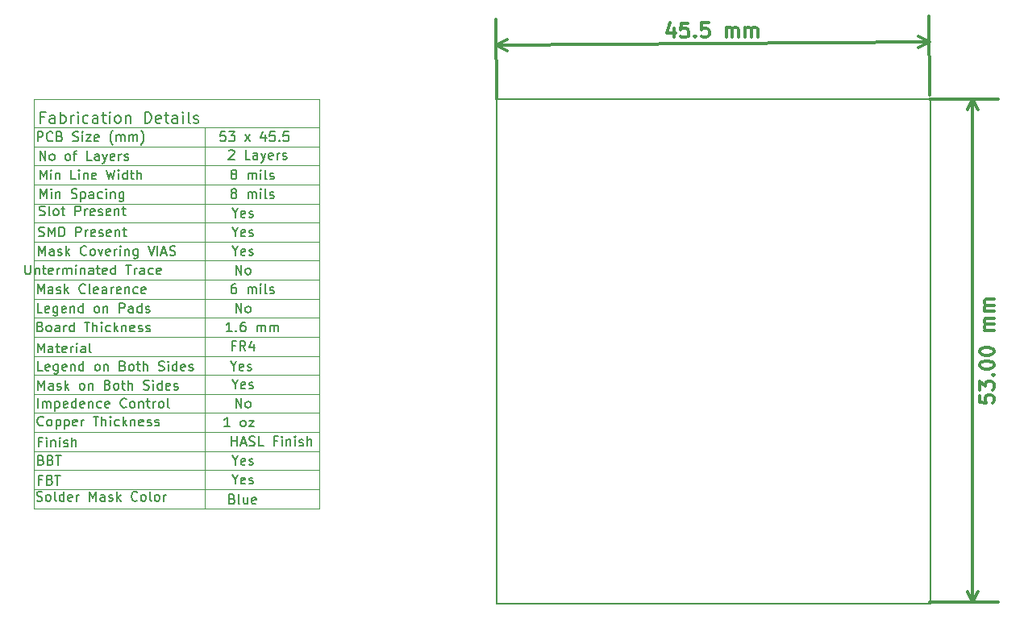
<source format=gbr>
G04 #@! TF.FileFunction,Drawing*
%FSLAX46Y46*%
G04 Gerber Fmt 4.6, Leading zero omitted, Abs format (unit mm)*
G04 Created by KiCad (PCBNEW 4.0.4-stable) date 01/27/17 12:31:46*
%MOMM*%
%LPD*%
G01*
G04 APERTURE LIST*
%ADD10C,0.100000*%
%ADD11C,0.300000*%
%ADD12C,0.150000*%
%ADD13C,0.200000*%
G04 APERTURE END LIST*
D10*
D11*
X144814778Y-62161345D02*
X144823569Y-63161306D01*
X144452625Y-61593078D02*
X144104915Y-62667605D01*
X145033451Y-62659442D01*
X146310324Y-61648178D02*
X145596066Y-61654457D01*
X145530919Y-62369343D01*
X145601717Y-62297290D01*
X145743941Y-62224608D01*
X146101070Y-62221469D01*
X146244549Y-62291639D01*
X146316603Y-62362436D01*
X146389285Y-62504660D01*
X146392424Y-62861789D01*
X146322255Y-63005268D01*
X146251456Y-63077323D01*
X146109233Y-63150004D01*
X145752104Y-63153143D01*
X145608624Y-63082974D01*
X145536570Y-63012176D01*
X147036512Y-62998989D02*
X147108565Y-63069788D01*
X147037768Y-63141841D01*
X146965714Y-63071043D01*
X147036512Y-62998989D01*
X147037768Y-63141841D01*
X148453098Y-61629340D02*
X147738840Y-61635619D01*
X147673693Y-62350506D01*
X147744491Y-62278453D01*
X147886715Y-62205771D01*
X148243844Y-62202631D01*
X148387324Y-62272801D01*
X148459378Y-62343599D01*
X148532059Y-62485822D01*
X148535198Y-62842951D01*
X148465029Y-62986431D01*
X148394231Y-63058485D01*
X148252007Y-63131166D01*
X147894878Y-63134306D01*
X147751398Y-63064136D01*
X147679344Y-62993338D01*
X150323355Y-63112956D02*
X150314564Y-62112995D01*
X150315820Y-62255848D02*
X150386617Y-62183793D01*
X150528842Y-62111111D01*
X150743119Y-62109228D01*
X150886598Y-62179398D01*
X150959280Y-62321621D01*
X150966187Y-63107305D01*
X150959280Y-62321621D02*
X151029450Y-62178142D01*
X151171674Y-62105460D01*
X151385951Y-62103576D01*
X151529431Y-62173747D01*
X151602112Y-62315970D01*
X151609019Y-63101654D01*
X152323278Y-63095375D02*
X152314487Y-62095413D01*
X152315743Y-62238266D02*
X152386540Y-62166212D01*
X152528765Y-62093530D01*
X152743041Y-62091646D01*
X152886521Y-62161816D01*
X152959203Y-62304040D01*
X152966110Y-63089723D01*
X152959203Y-62304040D02*
X153029373Y-62160560D01*
X153171597Y-62087878D01*
X153385873Y-62085995D01*
X153529354Y-62156165D01*
X153602035Y-62298388D01*
X153608942Y-63084072D01*
X126150742Y-63996918D02*
X171650742Y-63596918D01*
X126200000Y-69600000D02*
X126127007Y-61297022D01*
X171700000Y-69200000D02*
X171627007Y-60897022D01*
X171650742Y-63596918D02*
X170529437Y-64193219D01*
X171650742Y-63596918D02*
X170519127Y-63020423D01*
X126150742Y-63996918D02*
X127282357Y-64573413D01*
X126150742Y-63996918D02*
X127272047Y-63400617D01*
X176928571Y-100774785D02*
X176928571Y-101489071D01*
X177642857Y-101560500D01*
X177571429Y-101489071D01*
X177500000Y-101346214D01*
X177500000Y-100989071D01*
X177571429Y-100846214D01*
X177642857Y-100774785D01*
X177785714Y-100703357D01*
X178142857Y-100703357D01*
X178285714Y-100774785D01*
X178357143Y-100846214D01*
X178428571Y-100989071D01*
X178428571Y-101346214D01*
X178357143Y-101489071D01*
X178285714Y-101560500D01*
X176928571Y-100203357D02*
X176928571Y-99274786D01*
X177500000Y-99774786D01*
X177500000Y-99560500D01*
X177571429Y-99417643D01*
X177642857Y-99346214D01*
X177785714Y-99274786D01*
X178142857Y-99274786D01*
X178285714Y-99346214D01*
X178357143Y-99417643D01*
X178428571Y-99560500D01*
X178428571Y-99989072D01*
X178357143Y-100131929D01*
X178285714Y-100203357D01*
X178285714Y-98631929D02*
X178357143Y-98560501D01*
X178428571Y-98631929D01*
X178357143Y-98703358D01*
X178285714Y-98631929D01*
X178428571Y-98631929D01*
X176928571Y-97631929D02*
X176928571Y-97489072D01*
X177000000Y-97346215D01*
X177071429Y-97274786D01*
X177214286Y-97203357D01*
X177500000Y-97131929D01*
X177857143Y-97131929D01*
X178142857Y-97203357D01*
X178285714Y-97274786D01*
X178357143Y-97346215D01*
X178428571Y-97489072D01*
X178428571Y-97631929D01*
X178357143Y-97774786D01*
X178285714Y-97846215D01*
X178142857Y-97917643D01*
X177857143Y-97989072D01*
X177500000Y-97989072D01*
X177214286Y-97917643D01*
X177071429Y-97846215D01*
X177000000Y-97774786D01*
X176928571Y-97631929D01*
X176928571Y-96203358D02*
X176928571Y-96060501D01*
X177000000Y-95917644D01*
X177071429Y-95846215D01*
X177214286Y-95774786D01*
X177500000Y-95703358D01*
X177857143Y-95703358D01*
X178142857Y-95774786D01*
X178285714Y-95846215D01*
X178357143Y-95917644D01*
X178428571Y-96060501D01*
X178428571Y-96203358D01*
X178357143Y-96346215D01*
X178285714Y-96417644D01*
X178142857Y-96489072D01*
X177857143Y-96560501D01*
X177500000Y-96560501D01*
X177214286Y-96489072D01*
X177071429Y-96417644D01*
X177000000Y-96346215D01*
X176928571Y-96203358D01*
X178428571Y-93917644D02*
X177428571Y-93917644D01*
X177571429Y-93917644D02*
X177500000Y-93846216D01*
X177428571Y-93703358D01*
X177428571Y-93489073D01*
X177500000Y-93346216D01*
X177642857Y-93274787D01*
X178428571Y-93274787D01*
X177642857Y-93274787D02*
X177500000Y-93203358D01*
X177428571Y-93060501D01*
X177428571Y-92846216D01*
X177500000Y-92703358D01*
X177642857Y-92631930D01*
X178428571Y-92631930D01*
X178428571Y-91917644D02*
X177428571Y-91917644D01*
X177571429Y-91917644D02*
X177500000Y-91846216D01*
X177428571Y-91703358D01*
X177428571Y-91489073D01*
X177500000Y-91346216D01*
X177642857Y-91274787D01*
X178428571Y-91274787D01*
X177642857Y-91274787D02*
X177500000Y-91203358D01*
X177428571Y-91060501D01*
X177428571Y-90846216D01*
X177500000Y-90703358D01*
X177642857Y-90631930D01*
X178428571Y-90631930D01*
X176200000Y-122510501D02*
X176200000Y-69610501D01*
X171700000Y-122510501D02*
X178900000Y-122510501D01*
X171700000Y-69610501D02*
X178900000Y-69610501D01*
X176200000Y-69610501D02*
X176786421Y-70737005D01*
X176200000Y-69610501D02*
X175613579Y-70737005D01*
X176200000Y-122510501D02*
X176786421Y-121383997D01*
X176200000Y-122510501D02*
X175613579Y-121383997D01*
D12*
X97708572Y-73052381D02*
X97232381Y-73052381D01*
X97184762Y-73528571D01*
X97232381Y-73480952D01*
X97327619Y-73433333D01*
X97565715Y-73433333D01*
X97660953Y-73480952D01*
X97708572Y-73528571D01*
X97756191Y-73623810D01*
X97756191Y-73861905D01*
X97708572Y-73957143D01*
X97660953Y-74004762D01*
X97565715Y-74052381D01*
X97327619Y-74052381D01*
X97232381Y-74004762D01*
X97184762Y-73957143D01*
X98089524Y-73052381D02*
X98708572Y-73052381D01*
X98375238Y-73433333D01*
X98518096Y-73433333D01*
X98613334Y-73480952D01*
X98660953Y-73528571D01*
X98708572Y-73623810D01*
X98708572Y-73861905D01*
X98660953Y-73957143D01*
X98613334Y-74004762D01*
X98518096Y-74052381D01*
X98232381Y-74052381D01*
X98137143Y-74004762D01*
X98089524Y-73957143D01*
X99803810Y-74052381D02*
X100327620Y-73385714D01*
X99803810Y-73385714D02*
X100327620Y-74052381D01*
X101899049Y-73385714D02*
X101899049Y-74052381D01*
X101660953Y-73004762D02*
X101422858Y-73719048D01*
X102041906Y-73719048D01*
X102899049Y-73052381D02*
X102422858Y-73052381D01*
X102375239Y-73528571D01*
X102422858Y-73480952D01*
X102518096Y-73433333D01*
X102756192Y-73433333D01*
X102851430Y-73480952D01*
X102899049Y-73528571D01*
X102946668Y-73623810D01*
X102946668Y-73861905D01*
X102899049Y-73957143D01*
X102851430Y-74004762D01*
X102756192Y-74052381D01*
X102518096Y-74052381D01*
X102422858Y-74004762D01*
X102375239Y-73957143D01*
X103375239Y-73957143D02*
X103422858Y-74004762D01*
X103375239Y-74052381D01*
X103327620Y-74004762D01*
X103375239Y-73957143D01*
X103375239Y-74052381D01*
X104327620Y-73052381D02*
X103851429Y-73052381D01*
X103803810Y-73528571D01*
X103851429Y-73480952D01*
X103946667Y-73433333D01*
X104184763Y-73433333D01*
X104280001Y-73480952D01*
X104327620Y-73528571D01*
X104375239Y-73623810D01*
X104375239Y-73861905D01*
X104327620Y-73957143D01*
X104280001Y-74004762D01*
X104184763Y-74052381D01*
X103946667Y-74052381D01*
X103851429Y-74004762D01*
X103803810Y-73957143D01*
D13*
X126250000Y-122600000D02*
X171750000Y-122600000D01*
X126250000Y-69600000D02*
X171750000Y-69600000D01*
X171750000Y-69600000D02*
X171750000Y-122600000D01*
X126250000Y-69600000D02*
X126250000Y-122600000D01*
D10*
X77570000Y-69610000D02*
X77570000Y-112610000D01*
X77570000Y-110610000D02*
X107570000Y-110610000D01*
X107570000Y-69610000D02*
X107570000Y-112610000D01*
X77570000Y-72610000D02*
X107570000Y-72610000D01*
X77570000Y-69610000D02*
X107570000Y-69610000D01*
X77570000Y-74610000D02*
X107570000Y-74610000D01*
X77570000Y-76610000D02*
X107570000Y-76610000D01*
X77570000Y-78610000D02*
X107570000Y-78610000D01*
X77570000Y-82610000D02*
X107570000Y-82610000D01*
X77570000Y-80610000D02*
X107570000Y-80610000D01*
X77570000Y-84610000D02*
X107570000Y-84610000D01*
X77570000Y-86610000D02*
X107570000Y-86610000D01*
X77570000Y-88610000D02*
X107570000Y-88610000D01*
X77570000Y-90610000D02*
X107570000Y-90610000D01*
X77570000Y-92610000D02*
X107570000Y-92610000D01*
X77570000Y-94610000D02*
X107570000Y-94610000D01*
X77570000Y-96610000D02*
X107570000Y-96610000D01*
X77570000Y-98610000D02*
X107570000Y-98610000D01*
X77570000Y-100610000D02*
X107570000Y-100610000D01*
X77570000Y-102610000D02*
X107570000Y-102610000D01*
X77570000Y-104610000D02*
X107570000Y-104610000D01*
X77570000Y-106610000D02*
X107570000Y-106610000D01*
X77570000Y-108610000D02*
X107570000Y-108610000D01*
X95570000Y-112610000D02*
X95570000Y-72610000D01*
X77570000Y-112610000D02*
X107570000Y-112610000D01*
D12*
X77998571Y-74062381D02*
X77998571Y-73062381D01*
X78379524Y-73062381D01*
X78474762Y-73110000D01*
X78522381Y-73157619D01*
X78570000Y-73252857D01*
X78570000Y-73395714D01*
X78522381Y-73490952D01*
X78474762Y-73538571D01*
X78379524Y-73586190D01*
X77998571Y-73586190D01*
X79570000Y-73967143D02*
X79522381Y-74014762D01*
X79379524Y-74062381D01*
X79284286Y-74062381D01*
X79141428Y-74014762D01*
X79046190Y-73919524D01*
X78998571Y-73824286D01*
X78950952Y-73633810D01*
X78950952Y-73490952D01*
X78998571Y-73300476D01*
X79046190Y-73205238D01*
X79141428Y-73110000D01*
X79284286Y-73062381D01*
X79379524Y-73062381D01*
X79522381Y-73110000D01*
X79570000Y-73157619D01*
X80331905Y-73538571D02*
X80474762Y-73586190D01*
X80522381Y-73633810D01*
X80570000Y-73729048D01*
X80570000Y-73871905D01*
X80522381Y-73967143D01*
X80474762Y-74014762D01*
X80379524Y-74062381D01*
X79998571Y-74062381D01*
X79998571Y-73062381D01*
X80331905Y-73062381D01*
X80427143Y-73110000D01*
X80474762Y-73157619D01*
X80522381Y-73252857D01*
X80522381Y-73348095D01*
X80474762Y-73443333D01*
X80427143Y-73490952D01*
X80331905Y-73538571D01*
X79998571Y-73538571D01*
X81712857Y-74014762D02*
X81855714Y-74062381D01*
X82093810Y-74062381D01*
X82189048Y-74014762D01*
X82236667Y-73967143D01*
X82284286Y-73871905D01*
X82284286Y-73776667D01*
X82236667Y-73681429D01*
X82189048Y-73633810D01*
X82093810Y-73586190D01*
X81903333Y-73538571D01*
X81808095Y-73490952D01*
X81760476Y-73443333D01*
X81712857Y-73348095D01*
X81712857Y-73252857D01*
X81760476Y-73157619D01*
X81808095Y-73110000D01*
X81903333Y-73062381D01*
X82141429Y-73062381D01*
X82284286Y-73110000D01*
X82712857Y-74062381D02*
X82712857Y-73395714D01*
X82712857Y-73062381D02*
X82665238Y-73110000D01*
X82712857Y-73157619D01*
X82760476Y-73110000D01*
X82712857Y-73062381D01*
X82712857Y-73157619D01*
X83093809Y-73395714D02*
X83617619Y-73395714D01*
X83093809Y-74062381D01*
X83617619Y-74062381D01*
X84379524Y-74014762D02*
X84284286Y-74062381D01*
X84093809Y-74062381D01*
X83998571Y-74014762D01*
X83950952Y-73919524D01*
X83950952Y-73538571D01*
X83998571Y-73443333D01*
X84093809Y-73395714D01*
X84284286Y-73395714D01*
X84379524Y-73443333D01*
X84427143Y-73538571D01*
X84427143Y-73633810D01*
X83950952Y-73729048D01*
X85903334Y-74443333D02*
X85855714Y-74395714D01*
X85760476Y-74252857D01*
X85712857Y-74157619D01*
X85665238Y-74014762D01*
X85617619Y-73776667D01*
X85617619Y-73586190D01*
X85665238Y-73348095D01*
X85712857Y-73205238D01*
X85760476Y-73110000D01*
X85855714Y-72967143D01*
X85903334Y-72919524D01*
X86284286Y-74062381D02*
X86284286Y-73395714D01*
X86284286Y-73490952D02*
X86331905Y-73443333D01*
X86427143Y-73395714D01*
X86570001Y-73395714D01*
X86665239Y-73443333D01*
X86712858Y-73538571D01*
X86712858Y-74062381D01*
X86712858Y-73538571D02*
X86760477Y-73443333D01*
X86855715Y-73395714D01*
X86998572Y-73395714D01*
X87093810Y-73443333D01*
X87141429Y-73538571D01*
X87141429Y-74062381D01*
X87617619Y-74062381D02*
X87617619Y-73395714D01*
X87617619Y-73490952D02*
X87665238Y-73443333D01*
X87760476Y-73395714D01*
X87903334Y-73395714D01*
X87998572Y-73443333D01*
X88046191Y-73538571D01*
X88046191Y-74062381D01*
X88046191Y-73538571D02*
X88093810Y-73443333D01*
X88189048Y-73395714D01*
X88331905Y-73395714D01*
X88427143Y-73443333D01*
X88474762Y-73538571D01*
X88474762Y-74062381D01*
X88855714Y-74443333D02*
X88903333Y-74395714D01*
X88998571Y-74252857D01*
X89046190Y-74157619D01*
X89093809Y-74014762D01*
X89141428Y-73776667D01*
X89141428Y-73586190D01*
X89093809Y-73348095D01*
X89046190Y-73205238D01*
X88998571Y-73110000D01*
X88903333Y-72967143D01*
X88855714Y-72919524D01*
X78684287Y-71524286D02*
X78284287Y-71524286D01*
X78284287Y-72152857D02*
X78284287Y-70952857D01*
X78855716Y-70952857D01*
X79827144Y-72152857D02*
X79827144Y-71524286D01*
X79770001Y-71410000D01*
X79655715Y-71352857D01*
X79427144Y-71352857D01*
X79312858Y-71410000D01*
X79827144Y-72095714D02*
X79712858Y-72152857D01*
X79427144Y-72152857D01*
X79312858Y-72095714D01*
X79255715Y-71981429D01*
X79255715Y-71867143D01*
X79312858Y-71752857D01*
X79427144Y-71695714D01*
X79712858Y-71695714D01*
X79827144Y-71638571D01*
X80398572Y-72152857D02*
X80398572Y-70952857D01*
X80398572Y-71410000D02*
X80512858Y-71352857D01*
X80741429Y-71352857D01*
X80855715Y-71410000D01*
X80912858Y-71467143D01*
X80970001Y-71581429D01*
X80970001Y-71924286D01*
X80912858Y-72038571D01*
X80855715Y-72095714D01*
X80741429Y-72152857D01*
X80512858Y-72152857D01*
X80398572Y-72095714D01*
X81484286Y-72152857D02*
X81484286Y-71352857D01*
X81484286Y-71581429D02*
X81541429Y-71467143D01*
X81598572Y-71410000D01*
X81712858Y-71352857D01*
X81827143Y-71352857D01*
X82227143Y-72152857D02*
X82227143Y-71352857D01*
X82227143Y-70952857D02*
X82170000Y-71010000D01*
X82227143Y-71067143D01*
X82284286Y-71010000D01*
X82227143Y-70952857D01*
X82227143Y-71067143D01*
X83312858Y-72095714D02*
X83198572Y-72152857D01*
X82970001Y-72152857D01*
X82855715Y-72095714D01*
X82798572Y-72038571D01*
X82741429Y-71924286D01*
X82741429Y-71581429D01*
X82798572Y-71467143D01*
X82855715Y-71410000D01*
X82970001Y-71352857D01*
X83198572Y-71352857D01*
X83312858Y-71410000D01*
X84341429Y-72152857D02*
X84341429Y-71524286D01*
X84284286Y-71410000D01*
X84170000Y-71352857D01*
X83941429Y-71352857D01*
X83827143Y-71410000D01*
X84341429Y-72095714D02*
X84227143Y-72152857D01*
X83941429Y-72152857D01*
X83827143Y-72095714D01*
X83770000Y-71981429D01*
X83770000Y-71867143D01*
X83827143Y-71752857D01*
X83941429Y-71695714D01*
X84227143Y-71695714D01*
X84341429Y-71638571D01*
X84741429Y-71352857D02*
X85198572Y-71352857D01*
X84912857Y-70952857D02*
X84912857Y-71981429D01*
X84970000Y-72095714D01*
X85084286Y-72152857D01*
X85198572Y-72152857D01*
X85598571Y-72152857D02*
X85598571Y-71352857D01*
X85598571Y-70952857D02*
X85541428Y-71010000D01*
X85598571Y-71067143D01*
X85655714Y-71010000D01*
X85598571Y-70952857D01*
X85598571Y-71067143D01*
X86341429Y-72152857D02*
X86227143Y-72095714D01*
X86170000Y-72038571D01*
X86112857Y-71924286D01*
X86112857Y-71581429D01*
X86170000Y-71467143D01*
X86227143Y-71410000D01*
X86341429Y-71352857D01*
X86512857Y-71352857D01*
X86627143Y-71410000D01*
X86684286Y-71467143D01*
X86741429Y-71581429D01*
X86741429Y-71924286D01*
X86684286Y-72038571D01*
X86627143Y-72095714D01*
X86512857Y-72152857D01*
X86341429Y-72152857D01*
X87255714Y-71352857D02*
X87255714Y-72152857D01*
X87255714Y-71467143D02*
X87312857Y-71410000D01*
X87427143Y-71352857D01*
X87598571Y-71352857D01*
X87712857Y-71410000D01*
X87770000Y-71524286D01*
X87770000Y-72152857D01*
X89255714Y-72152857D02*
X89255714Y-70952857D01*
X89541429Y-70952857D01*
X89712857Y-71010000D01*
X89827143Y-71124286D01*
X89884286Y-71238571D01*
X89941429Y-71467143D01*
X89941429Y-71638571D01*
X89884286Y-71867143D01*
X89827143Y-71981429D01*
X89712857Y-72095714D01*
X89541429Y-72152857D01*
X89255714Y-72152857D01*
X90912857Y-72095714D02*
X90798571Y-72152857D01*
X90570000Y-72152857D01*
X90455714Y-72095714D01*
X90398571Y-71981429D01*
X90398571Y-71524286D01*
X90455714Y-71410000D01*
X90570000Y-71352857D01*
X90798571Y-71352857D01*
X90912857Y-71410000D01*
X90970000Y-71524286D01*
X90970000Y-71638571D01*
X90398571Y-71752857D01*
X91312857Y-71352857D02*
X91770000Y-71352857D01*
X91484285Y-70952857D02*
X91484285Y-71981429D01*
X91541428Y-72095714D01*
X91655714Y-72152857D01*
X91770000Y-72152857D01*
X92684285Y-72152857D02*
X92684285Y-71524286D01*
X92627142Y-71410000D01*
X92512856Y-71352857D01*
X92284285Y-71352857D01*
X92169999Y-71410000D01*
X92684285Y-72095714D02*
X92569999Y-72152857D01*
X92284285Y-72152857D01*
X92169999Y-72095714D01*
X92112856Y-71981429D01*
X92112856Y-71867143D01*
X92169999Y-71752857D01*
X92284285Y-71695714D01*
X92569999Y-71695714D01*
X92684285Y-71638571D01*
X93255713Y-72152857D02*
X93255713Y-71352857D01*
X93255713Y-70952857D02*
X93198570Y-71010000D01*
X93255713Y-71067143D01*
X93312856Y-71010000D01*
X93255713Y-70952857D01*
X93255713Y-71067143D01*
X93998571Y-72152857D02*
X93884285Y-72095714D01*
X93827142Y-71981429D01*
X93827142Y-70952857D01*
X94398570Y-72095714D02*
X94512856Y-72152857D01*
X94741428Y-72152857D01*
X94855713Y-72095714D01*
X94912856Y-71981429D01*
X94912856Y-71924286D01*
X94855713Y-71810000D01*
X94741428Y-71752857D01*
X94569999Y-71752857D01*
X94455713Y-71695714D01*
X94398570Y-71581429D01*
X94398570Y-71524286D01*
X94455713Y-71410000D01*
X94569999Y-71352857D01*
X94741428Y-71352857D01*
X94855713Y-71410000D01*
X78250951Y-76062381D02*
X78250951Y-75062381D01*
X78822380Y-76062381D01*
X78822380Y-75062381D01*
X79441427Y-76062381D02*
X79346189Y-76014762D01*
X79298570Y-75967143D01*
X79250951Y-75871905D01*
X79250951Y-75586190D01*
X79298570Y-75490952D01*
X79346189Y-75443333D01*
X79441427Y-75395714D01*
X79584285Y-75395714D01*
X79679523Y-75443333D01*
X79727142Y-75490952D01*
X79774761Y-75586190D01*
X79774761Y-75871905D01*
X79727142Y-75967143D01*
X79679523Y-76014762D01*
X79584285Y-76062381D01*
X79441427Y-76062381D01*
X81108094Y-76062381D02*
X81012856Y-76014762D01*
X80965237Y-75967143D01*
X80917618Y-75871905D01*
X80917618Y-75586190D01*
X80965237Y-75490952D01*
X81012856Y-75443333D01*
X81108094Y-75395714D01*
X81250952Y-75395714D01*
X81346190Y-75443333D01*
X81393809Y-75490952D01*
X81441428Y-75586190D01*
X81441428Y-75871905D01*
X81393809Y-75967143D01*
X81346190Y-76014762D01*
X81250952Y-76062381D01*
X81108094Y-76062381D01*
X81727142Y-75395714D02*
X82108094Y-75395714D01*
X81869999Y-76062381D02*
X81869999Y-75205238D01*
X81917618Y-75110000D01*
X82012856Y-75062381D01*
X82108094Y-75062381D01*
X83679524Y-76062381D02*
X83203333Y-76062381D01*
X83203333Y-75062381D01*
X84441429Y-76062381D02*
X84441429Y-75538571D01*
X84393810Y-75443333D01*
X84298572Y-75395714D01*
X84108095Y-75395714D01*
X84012857Y-75443333D01*
X84441429Y-76014762D02*
X84346191Y-76062381D01*
X84108095Y-76062381D01*
X84012857Y-76014762D01*
X83965238Y-75919524D01*
X83965238Y-75824286D01*
X84012857Y-75729048D01*
X84108095Y-75681429D01*
X84346191Y-75681429D01*
X84441429Y-75633810D01*
X84822381Y-75395714D02*
X85060476Y-76062381D01*
X85298572Y-75395714D02*
X85060476Y-76062381D01*
X84965238Y-76300476D01*
X84917619Y-76348095D01*
X84822381Y-76395714D01*
X86060477Y-76014762D02*
X85965239Y-76062381D01*
X85774762Y-76062381D01*
X85679524Y-76014762D01*
X85631905Y-75919524D01*
X85631905Y-75538571D01*
X85679524Y-75443333D01*
X85774762Y-75395714D01*
X85965239Y-75395714D01*
X86060477Y-75443333D01*
X86108096Y-75538571D01*
X86108096Y-75633810D01*
X85631905Y-75729048D01*
X86536667Y-76062381D02*
X86536667Y-75395714D01*
X86536667Y-75586190D02*
X86584286Y-75490952D01*
X86631905Y-75443333D01*
X86727143Y-75395714D01*
X86822382Y-75395714D01*
X87108096Y-76014762D02*
X87203334Y-76062381D01*
X87393810Y-76062381D01*
X87489049Y-76014762D01*
X87536668Y-75919524D01*
X87536668Y-75871905D01*
X87489049Y-75776667D01*
X87393810Y-75729048D01*
X87250953Y-75729048D01*
X87155715Y-75681429D01*
X87108096Y-75586190D01*
X87108096Y-75538571D01*
X87155715Y-75443333D01*
X87250953Y-75395714D01*
X87393810Y-75395714D01*
X87489049Y-75443333D01*
X78260476Y-78062381D02*
X78260476Y-77062381D01*
X78593810Y-77776667D01*
X78927143Y-77062381D01*
X78927143Y-78062381D01*
X79403333Y-78062381D02*
X79403333Y-77395714D01*
X79403333Y-77062381D02*
X79355714Y-77110000D01*
X79403333Y-77157619D01*
X79450952Y-77110000D01*
X79403333Y-77062381D01*
X79403333Y-77157619D01*
X79879523Y-77395714D02*
X79879523Y-78062381D01*
X79879523Y-77490952D02*
X79927142Y-77443333D01*
X80022380Y-77395714D01*
X80165238Y-77395714D01*
X80260476Y-77443333D01*
X80308095Y-77538571D01*
X80308095Y-78062381D01*
X82022381Y-78062381D02*
X81546190Y-78062381D01*
X81546190Y-77062381D01*
X82355714Y-78062381D02*
X82355714Y-77395714D01*
X82355714Y-77062381D02*
X82308095Y-77110000D01*
X82355714Y-77157619D01*
X82403333Y-77110000D01*
X82355714Y-77062381D01*
X82355714Y-77157619D01*
X82831904Y-77395714D02*
X82831904Y-78062381D01*
X82831904Y-77490952D02*
X82879523Y-77443333D01*
X82974761Y-77395714D01*
X83117619Y-77395714D01*
X83212857Y-77443333D01*
X83260476Y-77538571D01*
X83260476Y-78062381D01*
X84117619Y-78014762D02*
X84022381Y-78062381D01*
X83831904Y-78062381D01*
X83736666Y-78014762D01*
X83689047Y-77919524D01*
X83689047Y-77538571D01*
X83736666Y-77443333D01*
X83831904Y-77395714D01*
X84022381Y-77395714D01*
X84117619Y-77443333D01*
X84165238Y-77538571D01*
X84165238Y-77633810D01*
X83689047Y-77729048D01*
X85260476Y-77062381D02*
X85498571Y-78062381D01*
X85689048Y-77348095D01*
X85879524Y-78062381D01*
X86117619Y-77062381D01*
X86498571Y-78062381D02*
X86498571Y-77395714D01*
X86498571Y-77062381D02*
X86450952Y-77110000D01*
X86498571Y-77157619D01*
X86546190Y-77110000D01*
X86498571Y-77062381D01*
X86498571Y-77157619D01*
X87403333Y-78062381D02*
X87403333Y-77062381D01*
X87403333Y-78014762D02*
X87308095Y-78062381D01*
X87117618Y-78062381D01*
X87022380Y-78014762D01*
X86974761Y-77967143D01*
X86927142Y-77871905D01*
X86927142Y-77586190D01*
X86974761Y-77490952D01*
X87022380Y-77443333D01*
X87117618Y-77395714D01*
X87308095Y-77395714D01*
X87403333Y-77443333D01*
X87736666Y-77395714D02*
X88117618Y-77395714D01*
X87879523Y-77062381D02*
X87879523Y-77919524D01*
X87927142Y-78014762D01*
X88022380Y-78062381D01*
X88117618Y-78062381D01*
X88450952Y-78062381D02*
X88450952Y-77062381D01*
X88879524Y-78062381D02*
X88879524Y-77538571D01*
X88831905Y-77443333D01*
X88736667Y-77395714D01*
X88593809Y-77395714D01*
X88498571Y-77443333D01*
X88450952Y-77490952D01*
X78312857Y-80062381D02*
X78312857Y-79062381D01*
X78646191Y-79776667D01*
X78979524Y-79062381D01*
X78979524Y-80062381D01*
X79455714Y-80062381D02*
X79455714Y-79395714D01*
X79455714Y-79062381D02*
X79408095Y-79110000D01*
X79455714Y-79157619D01*
X79503333Y-79110000D01*
X79455714Y-79062381D01*
X79455714Y-79157619D01*
X79931904Y-79395714D02*
X79931904Y-80062381D01*
X79931904Y-79490952D02*
X79979523Y-79443333D01*
X80074761Y-79395714D01*
X80217619Y-79395714D01*
X80312857Y-79443333D01*
X80360476Y-79538571D01*
X80360476Y-80062381D01*
X81550952Y-80014762D02*
X81693809Y-80062381D01*
X81931905Y-80062381D01*
X82027143Y-80014762D01*
X82074762Y-79967143D01*
X82122381Y-79871905D01*
X82122381Y-79776667D01*
X82074762Y-79681429D01*
X82027143Y-79633810D01*
X81931905Y-79586190D01*
X81741428Y-79538571D01*
X81646190Y-79490952D01*
X81598571Y-79443333D01*
X81550952Y-79348095D01*
X81550952Y-79252857D01*
X81598571Y-79157619D01*
X81646190Y-79110000D01*
X81741428Y-79062381D01*
X81979524Y-79062381D01*
X82122381Y-79110000D01*
X82550952Y-79395714D02*
X82550952Y-80395714D01*
X82550952Y-79443333D02*
X82646190Y-79395714D01*
X82836667Y-79395714D01*
X82931905Y-79443333D01*
X82979524Y-79490952D01*
X83027143Y-79586190D01*
X83027143Y-79871905D01*
X82979524Y-79967143D01*
X82931905Y-80014762D01*
X82836667Y-80062381D01*
X82646190Y-80062381D01*
X82550952Y-80014762D01*
X83884286Y-80062381D02*
X83884286Y-79538571D01*
X83836667Y-79443333D01*
X83741429Y-79395714D01*
X83550952Y-79395714D01*
X83455714Y-79443333D01*
X83884286Y-80014762D02*
X83789048Y-80062381D01*
X83550952Y-80062381D01*
X83455714Y-80014762D01*
X83408095Y-79919524D01*
X83408095Y-79824286D01*
X83455714Y-79729048D01*
X83550952Y-79681429D01*
X83789048Y-79681429D01*
X83884286Y-79633810D01*
X84789048Y-80014762D02*
X84693810Y-80062381D01*
X84503333Y-80062381D01*
X84408095Y-80014762D01*
X84360476Y-79967143D01*
X84312857Y-79871905D01*
X84312857Y-79586190D01*
X84360476Y-79490952D01*
X84408095Y-79443333D01*
X84503333Y-79395714D01*
X84693810Y-79395714D01*
X84789048Y-79443333D01*
X85217619Y-80062381D02*
X85217619Y-79395714D01*
X85217619Y-79062381D02*
X85170000Y-79110000D01*
X85217619Y-79157619D01*
X85265238Y-79110000D01*
X85217619Y-79062381D01*
X85217619Y-79157619D01*
X85693809Y-79395714D02*
X85693809Y-80062381D01*
X85693809Y-79490952D02*
X85741428Y-79443333D01*
X85836666Y-79395714D01*
X85979524Y-79395714D01*
X86074762Y-79443333D01*
X86122381Y-79538571D01*
X86122381Y-80062381D01*
X87027143Y-79395714D02*
X87027143Y-80205238D01*
X86979524Y-80300476D01*
X86931905Y-80348095D01*
X86836666Y-80395714D01*
X86693809Y-80395714D01*
X86598571Y-80348095D01*
X87027143Y-80014762D02*
X86931905Y-80062381D01*
X86741428Y-80062381D01*
X86646190Y-80014762D01*
X86598571Y-79967143D01*
X86550952Y-79871905D01*
X86550952Y-79586190D01*
X86598571Y-79490952D01*
X86646190Y-79443333D01*
X86741428Y-79395714D01*
X86931905Y-79395714D01*
X87027143Y-79443333D01*
X78193808Y-81814762D02*
X78336665Y-81862381D01*
X78574761Y-81862381D01*
X78669999Y-81814762D01*
X78717618Y-81767143D01*
X78765237Y-81671905D01*
X78765237Y-81576667D01*
X78717618Y-81481429D01*
X78669999Y-81433810D01*
X78574761Y-81386190D01*
X78384284Y-81338571D01*
X78289046Y-81290952D01*
X78241427Y-81243333D01*
X78193808Y-81148095D01*
X78193808Y-81052857D01*
X78241427Y-80957619D01*
X78289046Y-80910000D01*
X78384284Y-80862381D01*
X78622380Y-80862381D01*
X78765237Y-80910000D01*
X79336665Y-81862381D02*
X79241427Y-81814762D01*
X79193808Y-81719524D01*
X79193808Y-80862381D01*
X79860475Y-81862381D02*
X79765237Y-81814762D01*
X79717618Y-81767143D01*
X79669999Y-81671905D01*
X79669999Y-81386190D01*
X79717618Y-81290952D01*
X79765237Y-81243333D01*
X79860475Y-81195714D01*
X80003333Y-81195714D01*
X80098571Y-81243333D01*
X80146190Y-81290952D01*
X80193809Y-81386190D01*
X80193809Y-81671905D01*
X80146190Y-81767143D01*
X80098571Y-81814762D01*
X80003333Y-81862381D01*
X79860475Y-81862381D01*
X80479523Y-81195714D02*
X80860475Y-81195714D01*
X80622380Y-80862381D02*
X80622380Y-81719524D01*
X80669999Y-81814762D01*
X80765237Y-81862381D01*
X80860475Y-81862381D01*
X81955714Y-81862381D02*
X81955714Y-80862381D01*
X82336667Y-80862381D01*
X82431905Y-80910000D01*
X82479524Y-80957619D01*
X82527143Y-81052857D01*
X82527143Y-81195714D01*
X82479524Y-81290952D01*
X82431905Y-81338571D01*
X82336667Y-81386190D01*
X81955714Y-81386190D01*
X82955714Y-81862381D02*
X82955714Y-81195714D01*
X82955714Y-81386190D02*
X83003333Y-81290952D01*
X83050952Y-81243333D01*
X83146190Y-81195714D01*
X83241429Y-81195714D01*
X83955715Y-81814762D02*
X83860477Y-81862381D01*
X83670000Y-81862381D01*
X83574762Y-81814762D01*
X83527143Y-81719524D01*
X83527143Y-81338571D01*
X83574762Y-81243333D01*
X83670000Y-81195714D01*
X83860477Y-81195714D01*
X83955715Y-81243333D01*
X84003334Y-81338571D01*
X84003334Y-81433810D01*
X83527143Y-81529048D01*
X84384286Y-81814762D02*
X84479524Y-81862381D01*
X84670000Y-81862381D01*
X84765239Y-81814762D01*
X84812858Y-81719524D01*
X84812858Y-81671905D01*
X84765239Y-81576667D01*
X84670000Y-81529048D01*
X84527143Y-81529048D01*
X84431905Y-81481429D01*
X84384286Y-81386190D01*
X84384286Y-81338571D01*
X84431905Y-81243333D01*
X84527143Y-81195714D01*
X84670000Y-81195714D01*
X84765239Y-81243333D01*
X85622382Y-81814762D02*
X85527144Y-81862381D01*
X85336667Y-81862381D01*
X85241429Y-81814762D01*
X85193810Y-81719524D01*
X85193810Y-81338571D01*
X85241429Y-81243333D01*
X85336667Y-81195714D01*
X85527144Y-81195714D01*
X85622382Y-81243333D01*
X85670001Y-81338571D01*
X85670001Y-81433810D01*
X85193810Y-81529048D01*
X86098572Y-81195714D02*
X86098572Y-81862381D01*
X86098572Y-81290952D02*
X86146191Y-81243333D01*
X86241429Y-81195714D01*
X86384287Y-81195714D01*
X86479525Y-81243333D01*
X86527144Y-81338571D01*
X86527144Y-81862381D01*
X86860477Y-81195714D02*
X87241429Y-81195714D01*
X87003334Y-80862381D02*
X87003334Y-81719524D01*
X87050953Y-81814762D01*
X87146191Y-81862381D01*
X87241429Y-81862381D01*
X78122380Y-84014762D02*
X78265237Y-84062381D01*
X78503333Y-84062381D01*
X78598571Y-84014762D01*
X78646190Y-83967143D01*
X78693809Y-83871905D01*
X78693809Y-83776667D01*
X78646190Y-83681429D01*
X78598571Y-83633810D01*
X78503333Y-83586190D01*
X78312856Y-83538571D01*
X78217618Y-83490952D01*
X78169999Y-83443333D01*
X78122380Y-83348095D01*
X78122380Y-83252857D01*
X78169999Y-83157619D01*
X78217618Y-83110000D01*
X78312856Y-83062381D01*
X78550952Y-83062381D01*
X78693809Y-83110000D01*
X79122380Y-84062381D02*
X79122380Y-83062381D01*
X79455714Y-83776667D01*
X79789047Y-83062381D01*
X79789047Y-84062381D01*
X80265237Y-84062381D02*
X80265237Y-83062381D01*
X80503332Y-83062381D01*
X80646190Y-83110000D01*
X80741428Y-83205238D01*
X80789047Y-83300476D01*
X80836666Y-83490952D01*
X80836666Y-83633810D01*
X80789047Y-83824286D01*
X80741428Y-83919524D01*
X80646190Y-84014762D01*
X80503332Y-84062381D01*
X80265237Y-84062381D01*
X82027142Y-84062381D02*
X82027142Y-83062381D01*
X82408095Y-83062381D01*
X82503333Y-83110000D01*
X82550952Y-83157619D01*
X82598571Y-83252857D01*
X82598571Y-83395714D01*
X82550952Y-83490952D01*
X82503333Y-83538571D01*
X82408095Y-83586190D01*
X82027142Y-83586190D01*
X83027142Y-84062381D02*
X83027142Y-83395714D01*
X83027142Y-83586190D02*
X83074761Y-83490952D01*
X83122380Y-83443333D01*
X83217618Y-83395714D01*
X83312857Y-83395714D01*
X84027143Y-84014762D02*
X83931905Y-84062381D01*
X83741428Y-84062381D01*
X83646190Y-84014762D01*
X83598571Y-83919524D01*
X83598571Y-83538571D01*
X83646190Y-83443333D01*
X83741428Y-83395714D01*
X83931905Y-83395714D01*
X84027143Y-83443333D01*
X84074762Y-83538571D01*
X84074762Y-83633810D01*
X83598571Y-83729048D01*
X84455714Y-84014762D02*
X84550952Y-84062381D01*
X84741428Y-84062381D01*
X84836667Y-84014762D01*
X84884286Y-83919524D01*
X84884286Y-83871905D01*
X84836667Y-83776667D01*
X84741428Y-83729048D01*
X84598571Y-83729048D01*
X84503333Y-83681429D01*
X84455714Y-83586190D01*
X84455714Y-83538571D01*
X84503333Y-83443333D01*
X84598571Y-83395714D01*
X84741428Y-83395714D01*
X84836667Y-83443333D01*
X85693810Y-84014762D02*
X85598572Y-84062381D01*
X85408095Y-84062381D01*
X85312857Y-84014762D01*
X85265238Y-83919524D01*
X85265238Y-83538571D01*
X85312857Y-83443333D01*
X85408095Y-83395714D01*
X85598572Y-83395714D01*
X85693810Y-83443333D01*
X85741429Y-83538571D01*
X85741429Y-83633810D01*
X85265238Y-83729048D01*
X86170000Y-83395714D02*
X86170000Y-84062381D01*
X86170000Y-83490952D02*
X86217619Y-83443333D01*
X86312857Y-83395714D01*
X86455715Y-83395714D01*
X86550953Y-83443333D01*
X86598572Y-83538571D01*
X86598572Y-84062381D01*
X86931905Y-83395714D02*
X87312857Y-83395714D01*
X87074762Y-83062381D02*
X87074762Y-83919524D01*
X87122381Y-84014762D01*
X87217619Y-84062381D01*
X87312857Y-84062381D01*
X78127142Y-86062381D02*
X78127142Y-85062381D01*
X78460476Y-85776667D01*
X78793809Y-85062381D01*
X78793809Y-86062381D01*
X79698571Y-86062381D02*
X79698571Y-85538571D01*
X79650952Y-85443333D01*
X79555714Y-85395714D01*
X79365237Y-85395714D01*
X79269999Y-85443333D01*
X79698571Y-86014762D02*
X79603333Y-86062381D01*
X79365237Y-86062381D01*
X79269999Y-86014762D01*
X79222380Y-85919524D01*
X79222380Y-85824286D01*
X79269999Y-85729048D01*
X79365237Y-85681429D01*
X79603333Y-85681429D01*
X79698571Y-85633810D01*
X80127142Y-86014762D02*
X80222380Y-86062381D01*
X80412856Y-86062381D01*
X80508095Y-86014762D01*
X80555714Y-85919524D01*
X80555714Y-85871905D01*
X80508095Y-85776667D01*
X80412856Y-85729048D01*
X80269999Y-85729048D01*
X80174761Y-85681429D01*
X80127142Y-85586190D01*
X80127142Y-85538571D01*
X80174761Y-85443333D01*
X80269999Y-85395714D01*
X80412856Y-85395714D01*
X80508095Y-85443333D01*
X80984285Y-86062381D02*
X80984285Y-85062381D01*
X81079523Y-85681429D02*
X81365238Y-86062381D01*
X81365238Y-85395714D02*
X80984285Y-85776667D01*
X83127143Y-85967143D02*
X83079524Y-86014762D01*
X82936667Y-86062381D01*
X82841429Y-86062381D01*
X82698571Y-86014762D01*
X82603333Y-85919524D01*
X82555714Y-85824286D01*
X82508095Y-85633810D01*
X82508095Y-85490952D01*
X82555714Y-85300476D01*
X82603333Y-85205238D01*
X82698571Y-85110000D01*
X82841429Y-85062381D01*
X82936667Y-85062381D01*
X83079524Y-85110000D01*
X83127143Y-85157619D01*
X83698571Y-86062381D02*
X83603333Y-86014762D01*
X83555714Y-85967143D01*
X83508095Y-85871905D01*
X83508095Y-85586190D01*
X83555714Y-85490952D01*
X83603333Y-85443333D01*
X83698571Y-85395714D01*
X83841429Y-85395714D01*
X83936667Y-85443333D01*
X83984286Y-85490952D01*
X84031905Y-85586190D01*
X84031905Y-85871905D01*
X83984286Y-85967143D01*
X83936667Y-86014762D01*
X83841429Y-86062381D01*
X83698571Y-86062381D01*
X84365238Y-85395714D02*
X84603333Y-86062381D01*
X84841429Y-85395714D01*
X85603334Y-86014762D02*
X85508096Y-86062381D01*
X85317619Y-86062381D01*
X85222381Y-86014762D01*
X85174762Y-85919524D01*
X85174762Y-85538571D01*
X85222381Y-85443333D01*
X85317619Y-85395714D01*
X85508096Y-85395714D01*
X85603334Y-85443333D01*
X85650953Y-85538571D01*
X85650953Y-85633810D01*
X85174762Y-85729048D01*
X86079524Y-86062381D02*
X86079524Y-85395714D01*
X86079524Y-85586190D02*
X86127143Y-85490952D01*
X86174762Y-85443333D01*
X86270000Y-85395714D01*
X86365239Y-85395714D01*
X86698572Y-86062381D02*
X86698572Y-85395714D01*
X86698572Y-85062381D02*
X86650953Y-85110000D01*
X86698572Y-85157619D01*
X86746191Y-85110000D01*
X86698572Y-85062381D01*
X86698572Y-85157619D01*
X87174762Y-85395714D02*
X87174762Y-86062381D01*
X87174762Y-85490952D02*
X87222381Y-85443333D01*
X87317619Y-85395714D01*
X87460477Y-85395714D01*
X87555715Y-85443333D01*
X87603334Y-85538571D01*
X87603334Y-86062381D01*
X88508096Y-85395714D02*
X88508096Y-86205238D01*
X88460477Y-86300476D01*
X88412858Y-86348095D01*
X88317619Y-86395714D01*
X88174762Y-86395714D01*
X88079524Y-86348095D01*
X88508096Y-86014762D02*
X88412858Y-86062381D01*
X88222381Y-86062381D01*
X88127143Y-86014762D01*
X88079524Y-85967143D01*
X88031905Y-85871905D01*
X88031905Y-85586190D01*
X88079524Y-85490952D01*
X88127143Y-85443333D01*
X88222381Y-85395714D01*
X88412858Y-85395714D01*
X88508096Y-85443333D01*
X89603334Y-85062381D02*
X89936667Y-86062381D01*
X90270001Y-85062381D01*
X90603334Y-86062381D02*
X90603334Y-85062381D01*
X91031905Y-85776667D02*
X91508096Y-85776667D01*
X90936667Y-86062381D02*
X91270000Y-85062381D01*
X91603334Y-86062381D01*
X91889048Y-86014762D02*
X92031905Y-86062381D01*
X92270001Y-86062381D01*
X92365239Y-86014762D01*
X92412858Y-85967143D01*
X92460477Y-85871905D01*
X92460477Y-85776667D01*
X92412858Y-85681429D01*
X92365239Y-85633810D01*
X92270001Y-85586190D01*
X92079524Y-85538571D01*
X91984286Y-85490952D01*
X91936667Y-85443333D01*
X91889048Y-85348095D01*
X91889048Y-85252857D01*
X91936667Y-85157619D01*
X91984286Y-85110000D01*
X92079524Y-85062381D01*
X92317620Y-85062381D01*
X92460477Y-85110000D01*
X76690951Y-87052381D02*
X76690951Y-87861905D01*
X76738570Y-87957143D01*
X76786189Y-88004762D01*
X76881427Y-88052381D01*
X77071904Y-88052381D01*
X77167142Y-88004762D01*
X77214761Y-87957143D01*
X77262380Y-87861905D01*
X77262380Y-87052381D01*
X77738570Y-87385714D02*
X77738570Y-88052381D01*
X77738570Y-87480952D02*
X77786189Y-87433333D01*
X77881427Y-87385714D01*
X78024285Y-87385714D01*
X78119523Y-87433333D01*
X78167142Y-87528571D01*
X78167142Y-88052381D01*
X78500475Y-87385714D02*
X78881427Y-87385714D01*
X78643332Y-87052381D02*
X78643332Y-87909524D01*
X78690951Y-88004762D01*
X78786189Y-88052381D01*
X78881427Y-88052381D01*
X79595714Y-88004762D02*
X79500476Y-88052381D01*
X79309999Y-88052381D01*
X79214761Y-88004762D01*
X79167142Y-87909524D01*
X79167142Y-87528571D01*
X79214761Y-87433333D01*
X79309999Y-87385714D01*
X79500476Y-87385714D01*
X79595714Y-87433333D01*
X79643333Y-87528571D01*
X79643333Y-87623810D01*
X79167142Y-87719048D01*
X80071904Y-88052381D02*
X80071904Y-87385714D01*
X80071904Y-87576190D02*
X80119523Y-87480952D01*
X80167142Y-87433333D01*
X80262380Y-87385714D01*
X80357619Y-87385714D01*
X80690952Y-88052381D02*
X80690952Y-87385714D01*
X80690952Y-87480952D02*
X80738571Y-87433333D01*
X80833809Y-87385714D01*
X80976667Y-87385714D01*
X81071905Y-87433333D01*
X81119524Y-87528571D01*
X81119524Y-88052381D01*
X81119524Y-87528571D02*
X81167143Y-87433333D01*
X81262381Y-87385714D01*
X81405238Y-87385714D01*
X81500476Y-87433333D01*
X81548095Y-87528571D01*
X81548095Y-88052381D01*
X82024285Y-88052381D02*
X82024285Y-87385714D01*
X82024285Y-87052381D02*
X81976666Y-87100000D01*
X82024285Y-87147619D01*
X82071904Y-87100000D01*
X82024285Y-87052381D01*
X82024285Y-87147619D01*
X82500475Y-87385714D02*
X82500475Y-88052381D01*
X82500475Y-87480952D02*
X82548094Y-87433333D01*
X82643332Y-87385714D01*
X82786190Y-87385714D01*
X82881428Y-87433333D01*
X82929047Y-87528571D01*
X82929047Y-88052381D01*
X83833809Y-88052381D02*
X83833809Y-87528571D01*
X83786190Y-87433333D01*
X83690952Y-87385714D01*
X83500475Y-87385714D01*
X83405237Y-87433333D01*
X83833809Y-88004762D02*
X83738571Y-88052381D01*
X83500475Y-88052381D01*
X83405237Y-88004762D01*
X83357618Y-87909524D01*
X83357618Y-87814286D01*
X83405237Y-87719048D01*
X83500475Y-87671429D01*
X83738571Y-87671429D01*
X83833809Y-87623810D01*
X84167142Y-87385714D02*
X84548094Y-87385714D01*
X84309999Y-87052381D02*
X84309999Y-87909524D01*
X84357618Y-88004762D01*
X84452856Y-88052381D01*
X84548094Y-88052381D01*
X85262381Y-88004762D02*
X85167143Y-88052381D01*
X84976666Y-88052381D01*
X84881428Y-88004762D01*
X84833809Y-87909524D01*
X84833809Y-87528571D01*
X84881428Y-87433333D01*
X84976666Y-87385714D01*
X85167143Y-87385714D01*
X85262381Y-87433333D01*
X85310000Y-87528571D01*
X85310000Y-87623810D01*
X84833809Y-87719048D01*
X86167143Y-88052381D02*
X86167143Y-87052381D01*
X86167143Y-88004762D02*
X86071905Y-88052381D01*
X85881428Y-88052381D01*
X85786190Y-88004762D01*
X85738571Y-87957143D01*
X85690952Y-87861905D01*
X85690952Y-87576190D01*
X85738571Y-87480952D01*
X85786190Y-87433333D01*
X85881428Y-87385714D01*
X86071905Y-87385714D01*
X86167143Y-87433333D01*
X87262381Y-87052381D02*
X87833810Y-87052381D01*
X87548095Y-88052381D02*
X87548095Y-87052381D01*
X88167143Y-88052381D02*
X88167143Y-87385714D01*
X88167143Y-87576190D02*
X88214762Y-87480952D01*
X88262381Y-87433333D01*
X88357619Y-87385714D01*
X88452858Y-87385714D01*
X89214763Y-88052381D02*
X89214763Y-87528571D01*
X89167144Y-87433333D01*
X89071906Y-87385714D01*
X88881429Y-87385714D01*
X88786191Y-87433333D01*
X89214763Y-88004762D02*
X89119525Y-88052381D01*
X88881429Y-88052381D01*
X88786191Y-88004762D01*
X88738572Y-87909524D01*
X88738572Y-87814286D01*
X88786191Y-87719048D01*
X88881429Y-87671429D01*
X89119525Y-87671429D01*
X89214763Y-87623810D01*
X90119525Y-88004762D02*
X90024287Y-88052381D01*
X89833810Y-88052381D01*
X89738572Y-88004762D01*
X89690953Y-87957143D01*
X89643334Y-87861905D01*
X89643334Y-87576190D01*
X89690953Y-87480952D01*
X89738572Y-87433333D01*
X89833810Y-87385714D01*
X90024287Y-87385714D01*
X90119525Y-87433333D01*
X90929049Y-88004762D02*
X90833811Y-88052381D01*
X90643334Y-88052381D01*
X90548096Y-88004762D01*
X90500477Y-87909524D01*
X90500477Y-87528571D01*
X90548096Y-87433333D01*
X90643334Y-87385714D01*
X90833811Y-87385714D01*
X90929049Y-87433333D01*
X90976668Y-87528571D01*
X90976668Y-87623810D01*
X90500477Y-87719048D01*
X78003332Y-90062381D02*
X78003332Y-89062381D01*
X78336666Y-89776667D01*
X78669999Y-89062381D01*
X78669999Y-90062381D01*
X79574761Y-90062381D02*
X79574761Y-89538571D01*
X79527142Y-89443333D01*
X79431904Y-89395714D01*
X79241427Y-89395714D01*
X79146189Y-89443333D01*
X79574761Y-90014762D02*
X79479523Y-90062381D01*
X79241427Y-90062381D01*
X79146189Y-90014762D01*
X79098570Y-89919524D01*
X79098570Y-89824286D01*
X79146189Y-89729048D01*
X79241427Y-89681429D01*
X79479523Y-89681429D01*
X79574761Y-89633810D01*
X80003332Y-90014762D02*
X80098570Y-90062381D01*
X80289046Y-90062381D01*
X80384285Y-90014762D01*
X80431904Y-89919524D01*
X80431904Y-89871905D01*
X80384285Y-89776667D01*
X80289046Y-89729048D01*
X80146189Y-89729048D01*
X80050951Y-89681429D01*
X80003332Y-89586190D01*
X80003332Y-89538571D01*
X80050951Y-89443333D01*
X80146189Y-89395714D01*
X80289046Y-89395714D01*
X80384285Y-89443333D01*
X80860475Y-90062381D02*
X80860475Y-89062381D01*
X80955713Y-89681429D02*
X81241428Y-90062381D01*
X81241428Y-89395714D02*
X80860475Y-89776667D01*
X83003333Y-89967143D02*
X82955714Y-90014762D01*
X82812857Y-90062381D01*
X82717619Y-90062381D01*
X82574761Y-90014762D01*
X82479523Y-89919524D01*
X82431904Y-89824286D01*
X82384285Y-89633810D01*
X82384285Y-89490952D01*
X82431904Y-89300476D01*
X82479523Y-89205238D01*
X82574761Y-89110000D01*
X82717619Y-89062381D01*
X82812857Y-89062381D01*
X82955714Y-89110000D01*
X83003333Y-89157619D01*
X83574761Y-90062381D02*
X83479523Y-90014762D01*
X83431904Y-89919524D01*
X83431904Y-89062381D01*
X84336667Y-90014762D02*
X84241429Y-90062381D01*
X84050952Y-90062381D01*
X83955714Y-90014762D01*
X83908095Y-89919524D01*
X83908095Y-89538571D01*
X83955714Y-89443333D01*
X84050952Y-89395714D01*
X84241429Y-89395714D01*
X84336667Y-89443333D01*
X84384286Y-89538571D01*
X84384286Y-89633810D01*
X83908095Y-89729048D01*
X85241429Y-90062381D02*
X85241429Y-89538571D01*
X85193810Y-89443333D01*
X85098572Y-89395714D01*
X84908095Y-89395714D01*
X84812857Y-89443333D01*
X85241429Y-90014762D02*
X85146191Y-90062381D01*
X84908095Y-90062381D01*
X84812857Y-90014762D01*
X84765238Y-89919524D01*
X84765238Y-89824286D01*
X84812857Y-89729048D01*
X84908095Y-89681429D01*
X85146191Y-89681429D01*
X85241429Y-89633810D01*
X85717619Y-90062381D02*
X85717619Y-89395714D01*
X85717619Y-89586190D02*
X85765238Y-89490952D01*
X85812857Y-89443333D01*
X85908095Y-89395714D01*
X86003334Y-89395714D01*
X86717620Y-90014762D02*
X86622382Y-90062381D01*
X86431905Y-90062381D01*
X86336667Y-90014762D01*
X86289048Y-89919524D01*
X86289048Y-89538571D01*
X86336667Y-89443333D01*
X86431905Y-89395714D01*
X86622382Y-89395714D01*
X86717620Y-89443333D01*
X86765239Y-89538571D01*
X86765239Y-89633810D01*
X86289048Y-89729048D01*
X87193810Y-89395714D02*
X87193810Y-90062381D01*
X87193810Y-89490952D02*
X87241429Y-89443333D01*
X87336667Y-89395714D01*
X87479525Y-89395714D01*
X87574763Y-89443333D01*
X87622382Y-89538571D01*
X87622382Y-90062381D01*
X88527144Y-90014762D02*
X88431906Y-90062381D01*
X88241429Y-90062381D01*
X88146191Y-90014762D01*
X88098572Y-89967143D01*
X88050953Y-89871905D01*
X88050953Y-89586190D01*
X88098572Y-89490952D01*
X88146191Y-89443333D01*
X88241429Y-89395714D01*
X88431906Y-89395714D01*
X88527144Y-89443333D01*
X89336668Y-90014762D02*
X89241430Y-90062381D01*
X89050953Y-90062381D01*
X88955715Y-90014762D01*
X88908096Y-89919524D01*
X88908096Y-89538571D01*
X88955715Y-89443333D01*
X89050953Y-89395714D01*
X89241430Y-89395714D01*
X89336668Y-89443333D01*
X89384287Y-89538571D01*
X89384287Y-89633810D01*
X88908096Y-89729048D01*
X78489047Y-92062381D02*
X78012856Y-92062381D01*
X78012856Y-91062381D01*
X79203333Y-92014762D02*
X79108095Y-92062381D01*
X78917618Y-92062381D01*
X78822380Y-92014762D01*
X78774761Y-91919524D01*
X78774761Y-91538571D01*
X78822380Y-91443333D01*
X78917618Y-91395714D01*
X79108095Y-91395714D01*
X79203333Y-91443333D01*
X79250952Y-91538571D01*
X79250952Y-91633810D01*
X78774761Y-91729048D01*
X80108095Y-91395714D02*
X80108095Y-92205238D01*
X80060476Y-92300476D01*
X80012857Y-92348095D01*
X79917618Y-92395714D01*
X79774761Y-92395714D01*
X79679523Y-92348095D01*
X80108095Y-92014762D02*
X80012857Y-92062381D01*
X79822380Y-92062381D01*
X79727142Y-92014762D01*
X79679523Y-91967143D01*
X79631904Y-91871905D01*
X79631904Y-91586190D01*
X79679523Y-91490952D01*
X79727142Y-91443333D01*
X79822380Y-91395714D01*
X80012857Y-91395714D01*
X80108095Y-91443333D01*
X80965238Y-92014762D02*
X80870000Y-92062381D01*
X80679523Y-92062381D01*
X80584285Y-92014762D01*
X80536666Y-91919524D01*
X80536666Y-91538571D01*
X80584285Y-91443333D01*
X80679523Y-91395714D01*
X80870000Y-91395714D01*
X80965238Y-91443333D01*
X81012857Y-91538571D01*
X81012857Y-91633810D01*
X80536666Y-91729048D01*
X81441428Y-91395714D02*
X81441428Y-92062381D01*
X81441428Y-91490952D02*
X81489047Y-91443333D01*
X81584285Y-91395714D01*
X81727143Y-91395714D01*
X81822381Y-91443333D01*
X81870000Y-91538571D01*
X81870000Y-92062381D01*
X82774762Y-92062381D02*
X82774762Y-91062381D01*
X82774762Y-92014762D02*
X82679524Y-92062381D01*
X82489047Y-92062381D01*
X82393809Y-92014762D01*
X82346190Y-91967143D01*
X82298571Y-91871905D01*
X82298571Y-91586190D01*
X82346190Y-91490952D01*
X82393809Y-91443333D01*
X82489047Y-91395714D01*
X82679524Y-91395714D01*
X82774762Y-91443333D01*
X84155714Y-92062381D02*
X84060476Y-92014762D01*
X84012857Y-91967143D01*
X83965238Y-91871905D01*
X83965238Y-91586190D01*
X84012857Y-91490952D01*
X84060476Y-91443333D01*
X84155714Y-91395714D01*
X84298572Y-91395714D01*
X84393810Y-91443333D01*
X84441429Y-91490952D01*
X84489048Y-91586190D01*
X84489048Y-91871905D01*
X84441429Y-91967143D01*
X84393810Y-92014762D01*
X84298572Y-92062381D01*
X84155714Y-92062381D01*
X84917619Y-91395714D02*
X84917619Y-92062381D01*
X84917619Y-91490952D02*
X84965238Y-91443333D01*
X85060476Y-91395714D01*
X85203334Y-91395714D01*
X85298572Y-91443333D01*
X85346191Y-91538571D01*
X85346191Y-92062381D01*
X86584286Y-92062381D02*
X86584286Y-91062381D01*
X86965239Y-91062381D01*
X87060477Y-91110000D01*
X87108096Y-91157619D01*
X87155715Y-91252857D01*
X87155715Y-91395714D01*
X87108096Y-91490952D01*
X87060477Y-91538571D01*
X86965239Y-91586190D01*
X86584286Y-91586190D01*
X88012858Y-92062381D02*
X88012858Y-91538571D01*
X87965239Y-91443333D01*
X87870001Y-91395714D01*
X87679524Y-91395714D01*
X87584286Y-91443333D01*
X88012858Y-92014762D02*
X87917620Y-92062381D01*
X87679524Y-92062381D01*
X87584286Y-92014762D01*
X87536667Y-91919524D01*
X87536667Y-91824286D01*
X87584286Y-91729048D01*
X87679524Y-91681429D01*
X87917620Y-91681429D01*
X88012858Y-91633810D01*
X88917620Y-92062381D02*
X88917620Y-91062381D01*
X88917620Y-92014762D02*
X88822382Y-92062381D01*
X88631905Y-92062381D01*
X88536667Y-92014762D01*
X88489048Y-91967143D01*
X88441429Y-91871905D01*
X88441429Y-91586190D01*
X88489048Y-91490952D01*
X88536667Y-91443333D01*
X88631905Y-91395714D01*
X88822382Y-91395714D01*
X88917620Y-91443333D01*
X89346191Y-92014762D02*
X89441429Y-92062381D01*
X89631905Y-92062381D01*
X89727144Y-92014762D01*
X89774763Y-91919524D01*
X89774763Y-91871905D01*
X89727144Y-91776667D01*
X89631905Y-91729048D01*
X89489048Y-91729048D01*
X89393810Y-91681429D01*
X89346191Y-91586190D01*
X89346191Y-91538571D01*
X89393810Y-91443333D01*
X89489048Y-91395714D01*
X89631905Y-91395714D01*
X89727144Y-91443333D01*
X78298571Y-93538571D02*
X78441428Y-93586190D01*
X78489047Y-93633810D01*
X78536666Y-93729048D01*
X78536666Y-93871905D01*
X78489047Y-93967143D01*
X78441428Y-94014762D01*
X78346190Y-94062381D01*
X77965237Y-94062381D01*
X77965237Y-93062381D01*
X78298571Y-93062381D01*
X78393809Y-93110000D01*
X78441428Y-93157619D01*
X78489047Y-93252857D01*
X78489047Y-93348095D01*
X78441428Y-93443333D01*
X78393809Y-93490952D01*
X78298571Y-93538571D01*
X77965237Y-93538571D01*
X79108094Y-94062381D02*
X79012856Y-94014762D01*
X78965237Y-93967143D01*
X78917618Y-93871905D01*
X78917618Y-93586190D01*
X78965237Y-93490952D01*
X79012856Y-93443333D01*
X79108094Y-93395714D01*
X79250952Y-93395714D01*
X79346190Y-93443333D01*
X79393809Y-93490952D01*
X79441428Y-93586190D01*
X79441428Y-93871905D01*
X79393809Y-93967143D01*
X79346190Y-94014762D01*
X79250952Y-94062381D01*
X79108094Y-94062381D01*
X80298571Y-94062381D02*
X80298571Y-93538571D01*
X80250952Y-93443333D01*
X80155714Y-93395714D01*
X79965237Y-93395714D01*
X79869999Y-93443333D01*
X80298571Y-94014762D02*
X80203333Y-94062381D01*
X79965237Y-94062381D01*
X79869999Y-94014762D01*
X79822380Y-93919524D01*
X79822380Y-93824286D01*
X79869999Y-93729048D01*
X79965237Y-93681429D01*
X80203333Y-93681429D01*
X80298571Y-93633810D01*
X80774761Y-94062381D02*
X80774761Y-93395714D01*
X80774761Y-93586190D02*
X80822380Y-93490952D01*
X80869999Y-93443333D01*
X80965237Y-93395714D01*
X81060476Y-93395714D01*
X81822381Y-94062381D02*
X81822381Y-93062381D01*
X81822381Y-94014762D02*
X81727143Y-94062381D01*
X81536666Y-94062381D01*
X81441428Y-94014762D01*
X81393809Y-93967143D01*
X81346190Y-93871905D01*
X81346190Y-93586190D01*
X81393809Y-93490952D01*
X81441428Y-93443333D01*
X81536666Y-93395714D01*
X81727143Y-93395714D01*
X81822381Y-93443333D01*
X82917619Y-93062381D02*
X83489048Y-93062381D01*
X83203333Y-94062381D02*
X83203333Y-93062381D01*
X83822381Y-94062381D02*
X83822381Y-93062381D01*
X84250953Y-94062381D02*
X84250953Y-93538571D01*
X84203334Y-93443333D01*
X84108096Y-93395714D01*
X83965238Y-93395714D01*
X83870000Y-93443333D01*
X83822381Y-93490952D01*
X84727143Y-94062381D02*
X84727143Y-93395714D01*
X84727143Y-93062381D02*
X84679524Y-93110000D01*
X84727143Y-93157619D01*
X84774762Y-93110000D01*
X84727143Y-93062381D01*
X84727143Y-93157619D01*
X85631905Y-94014762D02*
X85536667Y-94062381D01*
X85346190Y-94062381D01*
X85250952Y-94014762D01*
X85203333Y-93967143D01*
X85155714Y-93871905D01*
X85155714Y-93586190D01*
X85203333Y-93490952D01*
X85250952Y-93443333D01*
X85346190Y-93395714D01*
X85536667Y-93395714D01*
X85631905Y-93443333D01*
X86060476Y-94062381D02*
X86060476Y-93062381D01*
X86155714Y-93681429D02*
X86441429Y-94062381D01*
X86441429Y-93395714D02*
X86060476Y-93776667D01*
X86870000Y-93395714D02*
X86870000Y-94062381D01*
X86870000Y-93490952D02*
X86917619Y-93443333D01*
X87012857Y-93395714D01*
X87155715Y-93395714D01*
X87250953Y-93443333D01*
X87298572Y-93538571D01*
X87298572Y-94062381D01*
X88155715Y-94014762D02*
X88060477Y-94062381D01*
X87870000Y-94062381D01*
X87774762Y-94014762D01*
X87727143Y-93919524D01*
X87727143Y-93538571D01*
X87774762Y-93443333D01*
X87870000Y-93395714D01*
X88060477Y-93395714D01*
X88155715Y-93443333D01*
X88203334Y-93538571D01*
X88203334Y-93633810D01*
X87727143Y-93729048D01*
X88584286Y-94014762D02*
X88679524Y-94062381D01*
X88870000Y-94062381D01*
X88965239Y-94014762D01*
X89012858Y-93919524D01*
X89012858Y-93871905D01*
X88965239Y-93776667D01*
X88870000Y-93729048D01*
X88727143Y-93729048D01*
X88631905Y-93681429D01*
X88584286Y-93586190D01*
X88584286Y-93538571D01*
X88631905Y-93443333D01*
X88727143Y-93395714D01*
X88870000Y-93395714D01*
X88965239Y-93443333D01*
X89393810Y-94014762D02*
X89489048Y-94062381D01*
X89679524Y-94062381D01*
X89774763Y-94014762D01*
X89822382Y-93919524D01*
X89822382Y-93871905D01*
X89774763Y-93776667D01*
X89679524Y-93729048D01*
X89536667Y-93729048D01*
X89441429Y-93681429D01*
X89393810Y-93586190D01*
X89393810Y-93538571D01*
X89441429Y-93443333D01*
X89536667Y-93395714D01*
X89679524Y-93395714D01*
X89774763Y-93443333D01*
X78008095Y-96262381D02*
X78008095Y-95262381D01*
X78341429Y-95976667D01*
X78674762Y-95262381D01*
X78674762Y-96262381D01*
X79579524Y-96262381D02*
X79579524Y-95738571D01*
X79531905Y-95643333D01*
X79436667Y-95595714D01*
X79246190Y-95595714D01*
X79150952Y-95643333D01*
X79579524Y-96214762D02*
X79484286Y-96262381D01*
X79246190Y-96262381D01*
X79150952Y-96214762D01*
X79103333Y-96119524D01*
X79103333Y-96024286D01*
X79150952Y-95929048D01*
X79246190Y-95881429D01*
X79484286Y-95881429D01*
X79579524Y-95833810D01*
X79912857Y-95595714D02*
X80293809Y-95595714D01*
X80055714Y-95262381D02*
X80055714Y-96119524D01*
X80103333Y-96214762D01*
X80198571Y-96262381D01*
X80293809Y-96262381D01*
X81008096Y-96214762D02*
X80912858Y-96262381D01*
X80722381Y-96262381D01*
X80627143Y-96214762D01*
X80579524Y-96119524D01*
X80579524Y-95738571D01*
X80627143Y-95643333D01*
X80722381Y-95595714D01*
X80912858Y-95595714D01*
X81008096Y-95643333D01*
X81055715Y-95738571D01*
X81055715Y-95833810D01*
X80579524Y-95929048D01*
X81484286Y-96262381D02*
X81484286Y-95595714D01*
X81484286Y-95786190D02*
X81531905Y-95690952D01*
X81579524Y-95643333D01*
X81674762Y-95595714D01*
X81770001Y-95595714D01*
X82103334Y-96262381D02*
X82103334Y-95595714D01*
X82103334Y-95262381D02*
X82055715Y-95310000D01*
X82103334Y-95357619D01*
X82150953Y-95310000D01*
X82103334Y-95262381D01*
X82103334Y-95357619D01*
X83008096Y-96262381D02*
X83008096Y-95738571D01*
X82960477Y-95643333D01*
X82865239Y-95595714D01*
X82674762Y-95595714D01*
X82579524Y-95643333D01*
X83008096Y-96214762D02*
X82912858Y-96262381D01*
X82674762Y-96262381D01*
X82579524Y-96214762D01*
X82531905Y-96119524D01*
X82531905Y-96024286D01*
X82579524Y-95929048D01*
X82674762Y-95881429D01*
X82912858Y-95881429D01*
X83008096Y-95833810D01*
X83627143Y-96262381D02*
X83531905Y-96214762D01*
X83484286Y-96119524D01*
X83484286Y-95262381D01*
X78527142Y-98162381D02*
X78050951Y-98162381D01*
X78050951Y-97162381D01*
X79241428Y-98114762D02*
X79146190Y-98162381D01*
X78955713Y-98162381D01*
X78860475Y-98114762D01*
X78812856Y-98019524D01*
X78812856Y-97638571D01*
X78860475Y-97543333D01*
X78955713Y-97495714D01*
X79146190Y-97495714D01*
X79241428Y-97543333D01*
X79289047Y-97638571D01*
X79289047Y-97733810D01*
X78812856Y-97829048D01*
X80146190Y-97495714D02*
X80146190Y-98305238D01*
X80098571Y-98400476D01*
X80050952Y-98448095D01*
X79955713Y-98495714D01*
X79812856Y-98495714D01*
X79717618Y-98448095D01*
X80146190Y-98114762D02*
X80050952Y-98162381D01*
X79860475Y-98162381D01*
X79765237Y-98114762D01*
X79717618Y-98067143D01*
X79669999Y-97971905D01*
X79669999Y-97686190D01*
X79717618Y-97590952D01*
X79765237Y-97543333D01*
X79860475Y-97495714D01*
X80050952Y-97495714D01*
X80146190Y-97543333D01*
X81003333Y-98114762D02*
X80908095Y-98162381D01*
X80717618Y-98162381D01*
X80622380Y-98114762D01*
X80574761Y-98019524D01*
X80574761Y-97638571D01*
X80622380Y-97543333D01*
X80717618Y-97495714D01*
X80908095Y-97495714D01*
X81003333Y-97543333D01*
X81050952Y-97638571D01*
X81050952Y-97733810D01*
X80574761Y-97829048D01*
X81479523Y-97495714D02*
X81479523Y-98162381D01*
X81479523Y-97590952D02*
X81527142Y-97543333D01*
X81622380Y-97495714D01*
X81765238Y-97495714D01*
X81860476Y-97543333D01*
X81908095Y-97638571D01*
X81908095Y-98162381D01*
X82812857Y-98162381D02*
X82812857Y-97162381D01*
X82812857Y-98114762D02*
X82717619Y-98162381D01*
X82527142Y-98162381D01*
X82431904Y-98114762D01*
X82384285Y-98067143D01*
X82336666Y-97971905D01*
X82336666Y-97686190D01*
X82384285Y-97590952D01*
X82431904Y-97543333D01*
X82527142Y-97495714D01*
X82717619Y-97495714D01*
X82812857Y-97543333D01*
X84193809Y-98162381D02*
X84098571Y-98114762D01*
X84050952Y-98067143D01*
X84003333Y-97971905D01*
X84003333Y-97686190D01*
X84050952Y-97590952D01*
X84098571Y-97543333D01*
X84193809Y-97495714D01*
X84336667Y-97495714D01*
X84431905Y-97543333D01*
X84479524Y-97590952D01*
X84527143Y-97686190D01*
X84527143Y-97971905D01*
X84479524Y-98067143D01*
X84431905Y-98114762D01*
X84336667Y-98162381D01*
X84193809Y-98162381D01*
X84955714Y-97495714D02*
X84955714Y-98162381D01*
X84955714Y-97590952D02*
X85003333Y-97543333D01*
X85098571Y-97495714D01*
X85241429Y-97495714D01*
X85336667Y-97543333D01*
X85384286Y-97638571D01*
X85384286Y-98162381D01*
X86955715Y-97638571D02*
X87098572Y-97686190D01*
X87146191Y-97733810D01*
X87193810Y-97829048D01*
X87193810Y-97971905D01*
X87146191Y-98067143D01*
X87098572Y-98114762D01*
X87003334Y-98162381D01*
X86622381Y-98162381D01*
X86622381Y-97162381D01*
X86955715Y-97162381D01*
X87050953Y-97210000D01*
X87098572Y-97257619D01*
X87146191Y-97352857D01*
X87146191Y-97448095D01*
X87098572Y-97543333D01*
X87050953Y-97590952D01*
X86955715Y-97638571D01*
X86622381Y-97638571D01*
X87765238Y-98162381D02*
X87670000Y-98114762D01*
X87622381Y-98067143D01*
X87574762Y-97971905D01*
X87574762Y-97686190D01*
X87622381Y-97590952D01*
X87670000Y-97543333D01*
X87765238Y-97495714D01*
X87908096Y-97495714D01*
X88003334Y-97543333D01*
X88050953Y-97590952D01*
X88098572Y-97686190D01*
X88098572Y-97971905D01*
X88050953Y-98067143D01*
X88003334Y-98114762D01*
X87908096Y-98162381D01*
X87765238Y-98162381D01*
X88384286Y-97495714D02*
X88765238Y-97495714D01*
X88527143Y-97162381D02*
X88527143Y-98019524D01*
X88574762Y-98114762D01*
X88670000Y-98162381D01*
X88765238Y-98162381D01*
X89098572Y-98162381D02*
X89098572Y-97162381D01*
X89527144Y-98162381D02*
X89527144Y-97638571D01*
X89479525Y-97543333D01*
X89384287Y-97495714D01*
X89241429Y-97495714D01*
X89146191Y-97543333D01*
X89098572Y-97590952D01*
X90717620Y-98114762D02*
X90860477Y-98162381D01*
X91098573Y-98162381D01*
X91193811Y-98114762D01*
X91241430Y-98067143D01*
X91289049Y-97971905D01*
X91289049Y-97876667D01*
X91241430Y-97781429D01*
X91193811Y-97733810D01*
X91098573Y-97686190D01*
X90908096Y-97638571D01*
X90812858Y-97590952D01*
X90765239Y-97543333D01*
X90717620Y-97448095D01*
X90717620Y-97352857D01*
X90765239Y-97257619D01*
X90812858Y-97210000D01*
X90908096Y-97162381D01*
X91146192Y-97162381D01*
X91289049Y-97210000D01*
X91717620Y-98162381D02*
X91717620Y-97495714D01*
X91717620Y-97162381D02*
X91670001Y-97210000D01*
X91717620Y-97257619D01*
X91765239Y-97210000D01*
X91717620Y-97162381D01*
X91717620Y-97257619D01*
X92622382Y-98162381D02*
X92622382Y-97162381D01*
X92622382Y-98114762D02*
X92527144Y-98162381D01*
X92336667Y-98162381D01*
X92241429Y-98114762D01*
X92193810Y-98067143D01*
X92146191Y-97971905D01*
X92146191Y-97686190D01*
X92193810Y-97590952D01*
X92241429Y-97543333D01*
X92336667Y-97495714D01*
X92527144Y-97495714D01*
X92622382Y-97543333D01*
X93479525Y-98114762D02*
X93384287Y-98162381D01*
X93193810Y-98162381D01*
X93098572Y-98114762D01*
X93050953Y-98019524D01*
X93050953Y-97638571D01*
X93098572Y-97543333D01*
X93193810Y-97495714D01*
X93384287Y-97495714D01*
X93479525Y-97543333D01*
X93527144Y-97638571D01*
X93527144Y-97733810D01*
X93050953Y-97829048D01*
X93908096Y-98114762D02*
X94003334Y-98162381D01*
X94193810Y-98162381D01*
X94289049Y-98114762D01*
X94336668Y-98019524D01*
X94336668Y-97971905D01*
X94289049Y-97876667D01*
X94193810Y-97829048D01*
X94050953Y-97829048D01*
X93955715Y-97781429D01*
X93908096Y-97686190D01*
X93908096Y-97638571D01*
X93955715Y-97543333D01*
X94050953Y-97495714D01*
X94193810Y-97495714D01*
X94289049Y-97543333D01*
X78036666Y-100162381D02*
X78036666Y-99162381D01*
X78370000Y-99876667D01*
X78703333Y-99162381D01*
X78703333Y-100162381D01*
X79608095Y-100162381D02*
X79608095Y-99638571D01*
X79560476Y-99543333D01*
X79465238Y-99495714D01*
X79274761Y-99495714D01*
X79179523Y-99543333D01*
X79608095Y-100114762D02*
X79512857Y-100162381D01*
X79274761Y-100162381D01*
X79179523Y-100114762D01*
X79131904Y-100019524D01*
X79131904Y-99924286D01*
X79179523Y-99829048D01*
X79274761Y-99781429D01*
X79512857Y-99781429D01*
X79608095Y-99733810D01*
X80036666Y-100114762D02*
X80131904Y-100162381D01*
X80322380Y-100162381D01*
X80417619Y-100114762D01*
X80465238Y-100019524D01*
X80465238Y-99971905D01*
X80417619Y-99876667D01*
X80322380Y-99829048D01*
X80179523Y-99829048D01*
X80084285Y-99781429D01*
X80036666Y-99686190D01*
X80036666Y-99638571D01*
X80084285Y-99543333D01*
X80179523Y-99495714D01*
X80322380Y-99495714D01*
X80417619Y-99543333D01*
X80893809Y-100162381D02*
X80893809Y-99162381D01*
X80989047Y-99781429D02*
X81274762Y-100162381D01*
X81274762Y-99495714D02*
X80893809Y-99876667D01*
X82608095Y-100162381D02*
X82512857Y-100114762D01*
X82465238Y-100067143D01*
X82417619Y-99971905D01*
X82417619Y-99686190D01*
X82465238Y-99590952D01*
X82512857Y-99543333D01*
X82608095Y-99495714D01*
X82750953Y-99495714D01*
X82846191Y-99543333D01*
X82893810Y-99590952D01*
X82941429Y-99686190D01*
X82941429Y-99971905D01*
X82893810Y-100067143D01*
X82846191Y-100114762D01*
X82750953Y-100162381D01*
X82608095Y-100162381D01*
X83370000Y-99495714D02*
X83370000Y-100162381D01*
X83370000Y-99590952D02*
X83417619Y-99543333D01*
X83512857Y-99495714D01*
X83655715Y-99495714D01*
X83750953Y-99543333D01*
X83798572Y-99638571D01*
X83798572Y-100162381D01*
X85370001Y-99638571D02*
X85512858Y-99686190D01*
X85560477Y-99733810D01*
X85608096Y-99829048D01*
X85608096Y-99971905D01*
X85560477Y-100067143D01*
X85512858Y-100114762D01*
X85417620Y-100162381D01*
X85036667Y-100162381D01*
X85036667Y-99162381D01*
X85370001Y-99162381D01*
X85465239Y-99210000D01*
X85512858Y-99257619D01*
X85560477Y-99352857D01*
X85560477Y-99448095D01*
X85512858Y-99543333D01*
X85465239Y-99590952D01*
X85370001Y-99638571D01*
X85036667Y-99638571D01*
X86179524Y-100162381D02*
X86084286Y-100114762D01*
X86036667Y-100067143D01*
X85989048Y-99971905D01*
X85989048Y-99686190D01*
X86036667Y-99590952D01*
X86084286Y-99543333D01*
X86179524Y-99495714D01*
X86322382Y-99495714D01*
X86417620Y-99543333D01*
X86465239Y-99590952D01*
X86512858Y-99686190D01*
X86512858Y-99971905D01*
X86465239Y-100067143D01*
X86417620Y-100114762D01*
X86322382Y-100162381D01*
X86179524Y-100162381D01*
X86798572Y-99495714D02*
X87179524Y-99495714D01*
X86941429Y-99162381D02*
X86941429Y-100019524D01*
X86989048Y-100114762D01*
X87084286Y-100162381D01*
X87179524Y-100162381D01*
X87512858Y-100162381D02*
X87512858Y-99162381D01*
X87941430Y-100162381D02*
X87941430Y-99638571D01*
X87893811Y-99543333D01*
X87798573Y-99495714D01*
X87655715Y-99495714D01*
X87560477Y-99543333D01*
X87512858Y-99590952D01*
X89131906Y-100114762D02*
X89274763Y-100162381D01*
X89512859Y-100162381D01*
X89608097Y-100114762D01*
X89655716Y-100067143D01*
X89703335Y-99971905D01*
X89703335Y-99876667D01*
X89655716Y-99781429D01*
X89608097Y-99733810D01*
X89512859Y-99686190D01*
X89322382Y-99638571D01*
X89227144Y-99590952D01*
X89179525Y-99543333D01*
X89131906Y-99448095D01*
X89131906Y-99352857D01*
X89179525Y-99257619D01*
X89227144Y-99210000D01*
X89322382Y-99162381D01*
X89560478Y-99162381D01*
X89703335Y-99210000D01*
X90131906Y-100162381D02*
X90131906Y-99495714D01*
X90131906Y-99162381D02*
X90084287Y-99210000D01*
X90131906Y-99257619D01*
X90179525Y-99210000D01*
X90131906Y-99162381D01*
X90131906Y-99257619D01*
X91036668Y-100162381D02*
X91036668Y-99162381D01*
X91036668Y-100114762D02*
X90941430Y-100162381D01*
X90750953Y-100162381D01*
X90655715Y-100114762D01*
X90608096Y-100067143D01*
X90560477Y-99971905D01*
X90560477Y-99686190D01*
X90608096Y-99590952D01*
X90655715Y-99543333D01*
X90750953Y-99495714D01*
X90941430Y-99495714D01*
X91036668Y-99543333D01*
X91893811Y-100114762D02*
X91798573Y-100162381D01*
X91608096Y-100162381D01*
X91512858Y-100114762D01*
X91465239Y-100019524D01*
X91465239Y-99638571D01*
X91512858Y-99543333D01*
X91608096Y-99495714D01*
X91798573Y-99495714D01*
X91893811Y-99543333D01*
X91941430Y-99638571D01*
X91941430Y-99733810D01*
X91465239Y-99829048D01*
X92322382Y-100114762D02*
X92417620Y-100162381D01*
X92608096Y-100162381D01*
X92703335Y-100114762D01*
X92750954Y-100019524D01*
X92750954Y-99971905D01*
X92703335Y-99876667D01*
X92608096Y-99829048D01*
X92465239Y-99829048D01*
X92370001Y-99781429D01*
X92322382Y-99686190D01*
X92322382Y-99638571D01*
X92370001Y-99543333D01*
X92465239Y-99495714D01*
X92608096Y-99495714D01*
X92703335Y-99543333D01*
X78036666Y-102062381D02*
X78036666Y-101062381D01*
X78512856Y-102062381D02*
X78512856Y-101395714D01*
X78512856Y-101490952D02*
X78560475Y-101443333D01*
X78655713Y-101395714D01*
X78798571Y-101395714D01*
X78893809Y-101443333D01*
X78941428Y-101538571D01*
X78941428Y-102062381D01*
X78941428Y-101538571D02*
X78989047Y-101443333D01*
X79084285Y-101395714D01*
X79227142Y-101395714D01*
X79322380Y-101443333D01*
X79369999Y-101538571D01*
X79369999Y-102062381D01*
X79846189Y-101395714D02*
X79846189Y-102395714D01*
X79846189Y-101443333D02*
X79941427Y-101395714D01*
X80131904Y-101395714D01*
X80227142Y-101443333D01*
X80274761Y-101490952D01*
X80322380Y-101586190D01*
X80322380Y-101871905D01*
X80274761Y-101967143D01*
X80227142Y-102014762D01*
X80131904Y-102062381D01*
X79941427Y-102062381D01*
X79846189Y-102014762D01*
X81131904Y-102014762D02*
X81036666Y-102062381D01*
X80846189Y-102062381D01*
X80750951Y-102014762D01*
X80703332Y-101919524D01*
X80703332Y-101538571D01*
X80750951Y-101443333D01*
X80846189Y-101395714D01*
X81036666Y-101395714D01*
X81131904Y-101443333D01*
X81179523Y-101538571D01*
X81179523Y-101633810D01*
X80703332Y-101729048D01*
X82036666Y-102062381D02*
X82036666Y-101062381D01*
X82036666Y-102014762D02*
X81941428Y-102062381D01*
X81750951Y-102062381D01*
X81655713Y-102014762D01*
X81608094Y-101967143D01*
X81560475Y-101871905D01*
X81560475Y-101586190D01*
X81608094Y-101490952D01*
X81655713Y-101443333D01*
X81750951Y-101395714D01*
X81941428Y-101395714D01*
X82036666Y-101443333D01*
X82893809Y-102014762D02*
X82798571Y-102062381D01*
X82608094Y-102062381D01*
X82512856Y-102014762D01*
X82465237Y-101919524D01*
X82465237Y-101538571D01*
X82512856Y-101443333D01*
X82608094Y-101395714D01*
X82798571Y-101395714D01*
X82893809Y-101443333D01*
X82941428Y-101538571D01*
X82941428Y-101633810D01*
X82465237Y-101729048D01*
X83369999Y-101395714D02*
X83369999Y-102062381D01*
X83369999Y-101490952D02*
X83417618Y-101443333D01*
X83512856Y-101395714D01*
X83655714Y-101395714D01*
X83750952Y-101443333D01*
X83798571Y-101538571D01*
X83798571Y-102062381D01*
X84703333Y-102014762D02*
X84608095Y-102062381D01*
X84417618Y-102062381D01*
X84322380Y-102014762D01*
X84274761Y-101967143D01*
X84227142Y-101871905D01*
X84227142Y-101586190D01*
X84274761Y-101490952D01*
X84322380Y-101443333D01*
X84417618Y-101395714D01*
X84608095Y-101395714D01*
X84703333Y-101443333D01*
X85512857Y-102014762D02*
X85417619Y-102062381D01*
X85227142Y-102062381D01*
X85131904Y-102014762D01*
X85084285Y-101919524D01*
X85084285Y-101538571D01*
X85131904Y-101443333D01*
X85227142Y-101395714D01*
X85417619Y-101395714D01*
X85512857Y-101443333D01*
X85560476Y-101538571D01*
X85560476Y-101633810D01*
X85084285Y-101729048D01*
X87322381Y-101967143D02*
X87274762Y-102014762D01*
X87131905Y-102062381D01*
X87036667Y-102062381D01*
X86893809Y-102014762D01*
X86798571Y-101919524D01*
X86750952Y-101824286D01*
X86703333Y-101633810D01*
X86703333Y-101490952D01*
X86750952Y-101300476D01*
X86798571Y-101205238D01*
X86893809Y-101110000D01*
X87036667Y-101062381D01*
X87131905Y-101062381D01*
X87274762Y-101110000D01*
X87322381Y-101157619D01*
X87893809Y-102062381D02*
X87798571Y-102014762D01*
X87750952Y-101967143D01*
X87703333Y-101871905D01*
X87703333Y-101586190D01*
X87750952Y-101490952D01*
X87798571Y-101443333D01*
X87893809Y-101395714D01*
X88036667Y-101395714D01*
X88131905Y-101443333D01*
X88179524Y-101490952D01*
X88227143Y-101586190D01*
X88227143Y-101871905D01*
X88179524Y-101967143D01*
X88131905Y-102014762D01*
X88036667Y-102062381D01*
X87893809Y-102062381D01*
X88655714Y-101395714D02*
X88655714Y-102062381D01*
X88655714Y-101490952D02*
X88703333Y-101443333D01*
X88798571Y-101395714D01*
X88941429Y-101395714D01*
X89036667Y-101443333D01*
X89084286Y-101538571D01*
X89084286Y-102062381D01*
X89417619Y-101395714D02*
X89798571Y-101395714D01*
X89560476Y-101062381D02*
X89560476Y-101919524D01*
X89608095Y-102014762D01*
X89703333Y-102062381D01*
X89798571Y-102062381D01*
X90131905Y-102062381D02*
X90131905Y-101395714D01*
X90131905Y-101586190D02*
X90179524Y-101490952D01*
X90227143Y-101443333D01*
X90322381Y-101395714D01*
X90417620Y-101395714D01*
X90893810Y-102062381D02*
X90798572Y-102014762D01*
X90750953Y-101967143D01*
X90703334Y-101871905D01*
X90703334Y-101586190D01*
X90750953Y-101490952D01*
X90798572Y-101443333D01*
X90893810Y-101395714D01*
X91036668Y-101395714D01*
X91131906Y-101443333D01*
X91179525Y-101490952D01*
X91227144Y-101586190D01*
X91227144Y-101871905D01*
X91179525Y-101967143D01*
X91131906Y-102014762D01*
X91036668Y-102062381D01*
X90893810Y-102062381D01*
X91798572Y-102062381D02*
X91703334Y-102014762D01*
X91655715Y-101919524D01*
X91655715Y-101062381D01*
X78608095Y-103867143D02*
X78560476Y-103914762D01*
X78417619Y-103962381D01*
X78322381Y-103962381D01*
X78179523Y-103914762D01*
X78084285Y-103819524D01*
X78036666Y-103724286D01*
X77989047Y-103533810D01*
X77989047Y-103390952D01*
X78036666Y-103200476D01*
X78084285Y-103105238D01*
X78179523Y-103010000D01*
X78322381Y-102962381D01*
X78417619Y-102962381D01*
X78560476Y-103010000D01*
X78608095Y-103057619D01*
X79179523Y-103962381D02*
X79084285Y-103914762D01*
X79036666Y-103867143D01*
X78989047Y-103771905D01*
X78989047Y-103486190D01*
X79036666Y-103390952D01*
X79084285Y-103343333D01*
X79179523Y-103295714D01*
X79322381Y-103295714D01*
X79417619Y-103343333D01*
X79465238Y-103390952D01*
X79512857Y-103486190D01*
X79512857Y-103771905D01*
X79465238Y-103867143D01*
X79417619Y-103914762D01*
X79322381Y-103962381D01*
X79179523Y-103962381D01*
X79941428Y-103295714D02*
X79941428Y-104295714D01*
X79941428Y-103343333D02*
X80036666Y-103295714D01*
X80227143Y-103295714D01*
X80322381Y-103343333D01*
X80370000Y-103390952D01*
X80417619Y-103486190D01*
X80417619Y-103771905D01*
X80370000Y-103867143D01*
X80322381Y-103914762D01*
X80227143Y-103962381D01*
X80036666Y-103962381D01*
X79941428Y-103914762D01*
X80846190Y-103295714D02*
X80846190Y-104295714D01*
X80846190Y-103343333D02*
X80941428Y-103295714D01*
X81131905Y-103295714D01*
X81227143Y-103343333D01*
X81274762Y-103390952D01*
X81322381Y-103486190D01*
X81322381Y-103771905D01*
X81274762Y-103867143D01*
X81227143Y-103914762D01*
X81131905Y-103962381D01*
X80941428Y-103962381D01*
X80846190Y-103914762D01*
X82131905Y-103914762D02*
X82036667Y-103962381D01*
X81846190Y-103962381D01*
X81750952Y-103914762D01*
X81703333Y-103819524D01*
X81703333Y-103438571D01*
X81750952Y-103343333D01*
X81846190Y-103295714D01*
X82036667Y-103295714D01*
X82131905Y-103343333D01*
X82179524Y-103438571D01*
X82179524Y-103533810D01*
X81703333Y-103629048D01*
X82608095Y-103962381D02*
X82608095Y-103295714D01*
X82608095Y-103486190D02*
X82655714Y-103390952D01*
X82703333Y-103343333D01*
X82798571Y-103295714D01*
X82893810Y-103295714D01*
X83846191Y-102962381D02*
X84417620Y-102962381D01*
X84131905Y-103962381D02*
X84131905Y-102962381D01*
X84750953Y-103962381D02*
X84750953Y-102962381D01*
X85179525Y-103962381D02*
X85179525Y-103438571D01*
X85131906Y-103343333D01*
X85036668Y-103295714D01*
X84893810Y-103295714D01*
X84798572Y-103343333D01*
X84750953Y-103390952D01*
X85655715Y-103962381D02*
X85655715Y-103295714D01*
X85655715Y-102962381D02*
X85608096Y-103010000D01*
X85655715Y-103057619D01*
X85703334Y-103010000D01*
X85655715Y-102962381D01*
X85655715Y-103057619D01*
X86560477Y-103914762D02*
X86465239Y-103962381D01*
X86274762Y-103962381D01*
X86179524Y-103914762D01*
X86131905Y-103867143D01*
X86084286Y-103771905D01*
X86084286Y-103486190D01*
X86131905Y-103390952D01*
X86179524Y-103343333D01*
X86274762Y-103295714D01*
X86465239Y-103295714D01*
X86560477Y-103343333D01*
X86989048Y-103962381D02*
X86989048Y-102962381D01*
X87084286Y-103581429D02*
X87370001Y-103962381D01*
X87370001Y-103295714D02*
X86989048Y-103676667D01*
X87798572Y-103295714D02*
X87798572Y-103962381D01*
X87798572Y-103390952D02*
X87846191Y-103343333D01*
X87941429Y-103295714D01*
X88084287Y-103295714D01*
X88179525Y-103343333D01*
X88227144Y-103438571D01*
X88227144Y-103962381D01*
X89084287Y-103914762D02*
X88989049Y-103962381D01*
X88798572Y-103962381D01*
X88703334Y-103914762D01*
X88655715Y-103819524D01*
X88655715Y-103438571D01*
X88703334Y-103343333D01*
X88798572Y-103295714D01*
X88989049Y-103295714D01*
X89084287Y-103343333D01*
X89131906Y-103438571D01*
X89131906Y-103533810D01*
X88655715Y-103629048D01*
X89512858Y-103914762D02*
X89608096Y-103962381D01*
X89798572Y-103962381D01*
X89893811Y-103914762D01*
X89941430Y-103819524D01*
X89941430Y-103771905D01*
X89893811Y-103676667D01*
X89798572Y-103629048D01*
X89655715Y-103629048D01*
X89560477Y-103581429D01*
X89512858Y-103486190D01*
X89512858Y-103438571D01*
X89560477Y-103343333D01*
X89655715Y-103295714D01*
X89798572Y-103295714D01*
X89893811Y-103343333D01*
X90322382Y-103914762D02*
X90417620Y-103962381D01*
X90608096Y-103962381D01*
X90703335Y-103914762D01*
X90750954Y-103819524D01*
X90750954Y-103771905D01*
X90703335Y-103676667D01*
X90608096Y-103629048D01*
X90465239Y-103629048D01*
X90370001Y-103581429D01*
X90322382Y-103486190D01*
X90322382Y-103438571D01*
X90370001Y-103343333D01*
X90465239Y-103295714D01*
X90608096Y-103295714D01*
X90703335Y-103343333D01*
X78427144Y-105638571D02*
X78093810Y-105638571D01*
X78093810Y-106162381D02*
X78093810Y-105162381D01*
X78570001Y-105162381D01*
X78950953Y-106162381D02*
X78950953Y-105495714D01*
X78950953Y-105162381D02*
X78903334Y-105210000D01*
X78950953Y-105257619D01*
X78998572Y-105210000D01*
X78950953Y-105162381D01*
X78950953Y-105257619D01*
X79427143Y-105495714D02*
X79427143Y-106162381D01*
X79427143Y-105590952D02*
X79474762Y-105543333D01*
X79570000Y-105495714D01*
X79712858Y-105495714D01*
X79808096Y-105543333D01*
X79855715Y-105638571D01*
X79855715Y-106162381D01*
X80331905Y-106162381D02*
X80331905Y-105495714D01*
X80331905Y-105162381D02*
X80284286Y-105210000D01*
X80331905Y-105257619D01*
X80379524Y-105210000D01*
X80331905Y-105162381D01*
X80331905Y-105257619D01*
X80760476Y-106114762D02*
X80855714Y-106162381D01*
X81046190Y-106162381D01*
X81141429Y-106114762D01*
X81189048Y-106019524D01*
X81189048Y-105971905D01*
X81141429Y-105876667D01*
X81046190Y-105829048D01*
X80903333Y-105829048D01*
X80808095Y-105781429D01*
X80760476Y-105686190D01*
X80760476Y-105638571D01*
X80808095Y-105543333D01*
X80903333Y-105495714D01*
X81046190Y-105495714D01*
X81141429Y-105543333D01*
X81617619Y-106162381D02*
X81617619Y-105162381D01*
X82046191Y-106162381D02*
X82046191Y-105638571D01*
X81998572Y-105543333D01*
X81903334Y-105495714D01*
X81760476Y-105495714D01*
X81665238Y-105543333D01*
X81617619Y-105590952D01*
X78360477Y-107538571D02*
X78503334Y-107586190D01*
X78550953Y-107633810D01*
X78598572Y-107729048D01*
X78598572Y-107871905D01*
X78550953Y-107967143D01*
X78503334Y-108014762D01*
X78408096Y-108062381D01*
X78027143Y-108062381D01*
X78027143Y-107062381D01*
X78360477Y-107062381D01*
X78455715Y-107110000D01*
X78503334Y-107157619D01*
X78550953Y-107252857D01*
X78550953Y-107348095D01*
X78503334Y-107443333D01*
X78455715Y-107490952D01*
X78360477Y-107538571D01*
X78027143Y-107538571D01*
X79360477Y-107538571D02*
X79503334Y-107586190D01*
X79550953Y-107633810D01*
X79598572Y-107729048D01*
X79598572Y-107871905D01*
X79550953Y-107967143D01*
X79503334Y-108014762D01*
X79408096Y-108062381D01*
X79027143Y-108062381D01*
X79027143Y-107062381D01*
X79360477Y-107062381D01*
X79455715Y-107110000D01*
X79503334Y-107157619D01*
X79550953Y-107252857D01*
X79550953Y-107348095D01*
X79503334Y-107443333D01*
X79455715Y-107490952D01*
X79360477Y-107538571D01*
X79027143Y-107538571D01*
X79884286Y-107062381D02*
X80455715Y-107062381D01*
X80170000Y-108062381D02*
X80170000Y-107062381D01*
X78431905Y-109638571D02*
X78098571Y-109638571D01*
X78098571Y-110162381D02*
X78098571Y-109162381D01*
X78574762Y-109162381D01*
X79289048Y-109638571D02*
X79431905Y-109686190D01*
X79479524Y-109733810D01*
X79527143Y-109829048D01*
X79527143Y-109971905D01*
X79479524Y-110067143D01*
X79431905Y-110114762D01*
X79336667Y-110162381D01*
X78955714Y-110162381D01*
X78955714Y-109162381D01*
X79289048Y-109162381D01*
X79384286Y-109210000D01*
X79431905Y-109257619D01*
X79479524Y-109352857D01*
X79479524Y-109448095D01*
X79431905Y-109543333D01*
X79384286Y-109590952D01*
X79289048Y-109638571D01*
X78955714Y-109638571D01*
X79812857Y-109162381D02*
X80384286Y-109162381D01*
X80098571Y-110162381D02*
X80098571Y-109162381D01*
X77908094Y-111814762D02*
X78050951Y-111862381D01*
X78289047Y-111862381D01*
X78384285Y-111814762D01*
X78431904Y-111767143D01*
X78479523Y-111671905D01*
X78479523Y-111576667D01*
X78431904Y-111481429D01*
X78384285Y-111433810D01*
X78289047Y-111386190D01*
X78098570Y-111338571D01*
X78003332Y-111290952D01*
X77955713Y-111243333D01*
X77908094Y-111148095D01*
X77908094Y-111052857D01*
X77955713Y-110957619D01*
X78003332Y-110910000D01*
X78098570Y-110862381D01*
X78336666Y-110862381D01*
X78479523Y-110910000D01*
X79050951Y-111862381D02*
X78955713Y-111814762D01*
X78908094Y-111767143D01*
X78860475Y-111671905D01*
X78860475Y-111386190D01*
X78908094Y-111290952D01*
X78955713Y-111243333D01*
X79050951Y-111195714D01*
X79193809Y-111195714D01*
X79289047Y-111243333D01*
X79336666Y-111290952D01*
X79384285Y-111386190D01*
X79384285Y-111671905D01*
X79336666Y-111767143D01*
X79289047Y-111814762D01*
X79193809Y-111862381D01*
X79050951Y-111862381D01*
X79955713Y-111862381D02*
X79860475Y-111814762D01*
X79812856Y-111719524D01*
X79812856Y-110862381D01*
X80765238Y-111862381D02*
X80765238Y-110862381D01*
X80765238Y-111814762D02*
X80670000Y-111862381D01*
X80479523Y-111862381D01*
X80384285Y-111814762D01*
X80336666Y-111767143D01*
X80289047Y-111671905D01*
X80289047Y-111386190D01*
X80336666Y-111290952D01*
X80384285Y-111243333D01*
X80479523Y-111195714D01*
X80670000Y-111195714D01*
X80765238Y-111243333D01*
X81622381Y-111814762D02*
X81527143Y-111862381D01*
X81336666Y-111862381D01*
X81241428Y-111814762D01*
X81193809Y-111719524D01*
X81193809Y-111338571D01*
X81241428Y-111243333D01*
X81336666Y-111195714D01*
X81527143Y-111195714D01*
X81622381Y-111243333D01*
X81670000Y-111338571D01*
X81670000Y-111433810D01*
X81193809Y-111529048D01*
X82098571Y-111862381D02*
X82098571Y-111195714D01*
X82098571Y-111386190D02*
X82146190Y-111290952D01*
X82193809Y-111243333D01*
X82289047Y-111195714D01*
X82384286Y-111195714D01*
X83479524Y-111862381D02*
X83479524Y-110862381D01*
X83812858Y-111576667D01*
X84146191Y-110862381D01*
X84146191Y-111862381D01*
X85050953Y-111862381D02*
X85050953Y-111338571D01*
X85003334Y-111243333D01*
X84908096Y-111195714D01*
X84717619Y-111195714D01*
X84622381Y-111243333D01*
X85050953Y-111814762D02*
X84955715Y-111862381D01*
X84717619Y-111862381D01*
X84622381Y-111814762D01*
X84574762Y-111719524D01*
X84574762Y-111624286D01*
X84622381Y-111529048D01*
X84717619Y-111481429D01*
X84955715Y-111481429D01*
X85050953Y-111433810D01*
X85479524Y-111814762D02*
X85574762Y-111862381D01*
X85765238Y-111862381D01*
X85860477Y-111814762D01*
X85908096Y-111719524D01*
X85908096Y-111671905D01*
X85860477Y-111576667D01*
X85765238Y-111529048D01*
X85622381Y-111529048D01*
X85527143Y-111481429D01*
X85479524Y-111386190D01*
X85479524Y-111338571D01*
X85527143Y-111243333D01*
X85622381Y-111195714D01*
X85765238Y-111195714D01*
X85860477Y-111243333D01*
X86336667Y-111862381D02*
X86336667Y-110862381D01*
X86431905Y-111481429D02*
X86717620Y-111862381D01*
X86717620Y-111195714D02*
X86336667Y-111576667D01*
X88479525Y-111767143D02*
X88431906Y-111814762D01*
X88289049Y-111862381D01*
X88193811Y-111862381D01*
X88050953Y-111814762D01*
X87955715Y-111719524D01*
X87908096Y-111624286D01*
X87860477Y-111433810D01*
X87860477Y-111290952D01*
X87908096Y-111100476D01*
X87955715Y-111005238D01*
X88050953Y-110910000D01*
X88193811Y-110862381D01*
X88289049Y-110862381D01*
X88431906Y-110910000D01*
X88479525Y-110957619D01*
X89050953Y-111862381D02*
X88955715Y-111814762D01*
X88908096Y-111767143D01*
X88860477Y-111671905D01*
X88860477Y-111386190D01*
X88908096Y-111290952D01*
X88955715Y-111243333D01*
X89050953Y-111195714D01*
X89193811Y-111195714D01*
X89289049Y-111243333D01*
X89336668Y-111290952D01*
X89384287Y-111386190D01*
X89384287Y-111671905D01*
X89336668Y-111767143D01*
X89289049Y-111814762D01*
X89193811Y-111862381D01*
X89050953Y-111862381D01*
X89955715Y-111862381D02*
X89860477Y-111814762D01*
X89812858Y-111719524D01*
X89812858Y-110862381D01*
X90479525Y-111862381D02*
X90384287Y-111814762D01*
X90336668Y-111767143D01*
X90289049Y-111671905D01*
X90289049Y-111386190D01*
X90336668Y-111290952D01*
X90384287Y-111243333D01*
X90479525Y-111195714D01*
X90622383Y-111195714D01*
X90717621Y-111243333D01*
X90765240Y-111290952D01*
X90812859Y-111386190D01*
X90812859Y-111671905D01*
X90765240Y-111767143D01*
X90717621Y-111814762D01*
X90622383Y-111862381D01*
X90479525Y-111862381D01*
X91241430Y-111862381D02*
X91241430Y-111195714D01*
X91241430Y-111386190D02*
X91289049Y-111290952D01*
X91336668Y-111243333D01*
X91431906Y-111195714D01*
X91527145Y-111195714D01*
X98082380Y-75067619D02*
X98129999Y-75020000D01*
X98225237Y-74972381D01*
X98463333Y-74972381D01*
X98558571Y-75020000D01*
X98606190Y-75067619D01*
X98653809Y-75162857D01*
X98653809Y-75258095D01*
X98606190Y-75400952D01*
X98034761Y-75972381D01*
X98653809Y-75972381D01*
X100320476Y-75972381D02*
X99844285Y-75972381D01*
X99844285Y-74972381D01*
X101082381Y-75972381D02*
X101082381Y-75448571D01*
X101034762Y-75353333D01*
X100939524Y-75305714D01*
X100749047Y-75305714D01*
X100653809Y-75353333D01*
X101082381Y-75924762D02*
X100987143Y-75972381D01*
X100749047Y-75972381D01*
X100653809Y-75924762D01*
X100606190Y-75829524D01*
X100606190Y-75734286D01*
X100653809Y-75639048D01*
X100749047Y-75591429D01*
X100987143Y-75591429D01*
X101082381Y-75543810D01*
X101463333Y-75305714D02*
X101701428Y-75972381D01*
X101939524Y-75305714D02*
X101701428Y-75972381D01*
X101606190Y-76210476D01*
X101558571Y-76258095D01*
X101463333Y-76305714D01*
X102701429Y-75924762D02*
X102606191Y-75972381D01*
X102415714Y-75972381D01*
X102320476Y-75924762D01*
X102272857Y-75829524D01*
X102272857Y-75448571D01*
X102320476Y-75353333D01*
X102415714Y-75305714D01*
X102606191Y-75305714D01*
X102701429Y-75353333D01*
X102749048Y-75448571D01*
X102749048Y-75543810D01*
X102272857Y-75639048D01*
X103177619Y-75972381D02*
X103177619Y-75305714D01*
X103177619Y-75496190D02*
X103225238Y-75400952D01*
X103272857Y-75353333D01*
X103368095Y-75305714D01*
X103463334Y-75305714D01*
X103749048Y-75924762D02*
X103844286Y-75972381D01*
X104034762Y-75972381D01*
X104130001Y-75924762D01*
X104177620Y-75829524D01*
X104177620Y-75781905D01*
X104130001Y-75686667D01*
X104034762Y-75639048D01*
X103891905Y-75639048D01*
X103796667Y-75591429D01*
X103749048Y-75496190D01*
X103749048Y-75448571D01*
X103796667Y-75353333D01*
X103891905Y-75305714D01*
X104034762Y-75305714D01*
X104130001Y-75353333D01*
X98522381Y-77490952D02*
X98427143Y-77443333D01*
X98379524Y-77395714D01*
X98331905Y-77300476D01*
X98331905Y-77252857D01*
X98379524Y-77157619D01*
X98427143Y-77110000D01*
X98522381Y-77062381D01*
X98712858Y-77062381D01*
X98808096Y-77110000D01*
X98855715Y-77157619D01*
X98903334Y-77252857D01*
X98903334Y-77300476D01*
X98855715Y-77395714D01*
X98808096Y-77443333D01*
X98712858Y-77490952D01*
X98522381Y-77490952D01*
X98427143Y-77538571D01*
X98379524Y-77586190D01*
X98331905Y-77681429D01*
X98331905Y-77871905D01*
X98379524Y-77967143D01*
X98427143Y-78014762D01*
X98522381Y-78062381D01*
X98712858Y-78062381D01*
X98808096Y-78014762D01*
X98855715Y-77967143D01*
X98903334Y-77871905D01*
X98903334Y-77681429D01*
X98855715Y-77586190D01*
X98808096Y-77538571D01*
X98712858Y-77490952D01*
X100093810Y-78062381D02*
X100093810Y-77395714D01*
X100093810Y-77490952D02*
X100141429Y-77443333D01*
X100236667Y-77395714D01*
X100379525Y-77395714D01*
X100474763Y-77443333D01*
X100522382Y-77538571D01*
X100522382Y-78062381D01*
X100522382Y-77538571D02*
X100570001Y-77443333D01*
X100665239Y-77395714D01*
X100808096Y-77395714D01*
X100903334Y-77443333D01*
X100950953Y-77538571D01*
X100950953Y-78062381D01*
X101427143Y-78062381D02*
X101427143Y-77395714D01*
X101427143Y-77062381D02*
X101379524Y-77110000D01*
X101427143Y-77157619D01*
X101474762Y-77110000D01*
X101427143Y-77062381D01*
X101427143Y-77157619D01*
X102046190Y-78062381D02*
X101950952Y-78014762D01*
X101903333Y-77919524D01*
X101903333Y-77062381D01*
X102379524Y-78014762D02*
X102474762Y-78062381D01*
X102665238Y-78062381D01*
X102760477Y-78014762D01*
X102808096Y-77919524D01*
X102808096Y-77871905D01*
X102760477Y-77776667D01*
X102665238Y-77729048D01*
X102522381Y-77729048D01*
X102427143Y-77681429D01*
X102379524Y-77586190D01*
X102379524Y-77538571D01*
X102427143Y-77443333D01*
X102522381Y-77395714D01*
X102665238Y-77395714D01*
X102760477Y-77443333D01*
X98522381Y-79490952D02*
X98427143Y-79443333D01*
X98379524Y-79395714D01*
X98331905Y-79300476D01*
X98331905Y-79252857D01*
X98379524Y-79157619D01*
X98427143Y-79110000D01*
X98522381Y-79062381D01*
X98712858Y-79062381D01*
X98808096Y-79110000D01*
X98855715Y-79157619D01*
X98903334Y-79252857D01*
X98903334Y-79300476D01*
X98855715Y-79395714D01*
X98808096Y-79443333D01*
X98712858Y-79490952D01*
X98522381Y-79490952D01*
X98427143Y-79538571D01*
X98379524Y-79586190D01*
X98331905Y-79681429D01*
X98331905Y-79871905D01*
X98379524Y-79967143D01*
X98427143Y-80014762D01*
X98522381Y-80062381D01*
X98712858Y-80062381D01*
X98808096Y-80014762D01*
X98855715Y-79967143D01*
X98903334Y-79871905D01*
X98903334Y-79681429D01*
X98855715Y-79586190D01*
X98808096Y-79538571D01*
X98712858Y-79490952D01*
X100093810Y-80062381D02*
X100093810Y-79395714D01*
X100093810Y-79490952D02*
X100141429Y-79443333D01*
X100236667Y-79395714D01*
X100379525Y-79395714D01*
X100474763Y-79443333D01*
X100522382Y-79538571D01*
X100522382Y-80062381D01*
X100522382Y-79538571D02*
X100570001Y-79443333D01*
X100665239Y-79395714D01*
X100808096Y-79395714D01*
X100903334Y-79443333D01*
X100950953Y-79538571D01*
X100950953Y-80062381D01*
X101427143Y-80062381D02*
X101427143Y-79395714D01*
X101427143Y-79062381D02*
X101379524Y-79110000D01*
X101427143Y-79157619D01*
X101474762Y-79110000D01*
X101427143Y-79062381D01*
X101427143Y-79157619D01*
X102046190Y-80062381D02*
X101950952Y-80014762D01*
X101903333Y-79919524D01*
X101903333Y-79062381D01*
X102379524Y-80014762D02*
X102474762Y-80062381D01*
X102665238Y-80062381D01*
X102760477Y-80014762D01*
X102808096Y-79919524D01*
X102808096Y-79871905D01*
X102760477Y-79776667D01*
X102665238Y-79729048D01*
X102522381Y-79729048D01*
X102427143Y-79681429D01*
X102379524Y-79586190D01*
X102379524Y-79538571D01*
X102427143Y-79443333D01*
X102522381Y-79395714D01*
X102665238Y-79395714D01*
X102760477Y-79443333D01*
X98736666Y-81586190D02*
X98736666Y-82062381D01*
X98403333Y-81062381D02*
X98736666Y-81586190D01*
X99070000Y-81062381D01*
X99784286Y-82014762D02*
X99689048Y-82062381D01*
X99498571Y-82062381D01*
X99403333Y-82014762D01*
X99355714Y-81919524D01*
X99355714Y-81538571D01*
X99403333Y-81443333D01*
X99498571Y-81395714D01*
X99689048Y-81395714D01*
X99784286Y-81443333D01*
X99831905Y-81538571D01*
X99831905Y-81633810D01*
X99355714Y-81729048D01*
X100212857Y-82014762D02*
X100308095Y-82062381D01*
X100498571Y-82062381D01*
X100593810Y-82014762D01*
X100641429Y-81919524D01*
X100641429Y-81871905D01*
X100593810Y-81776667D01*
X100498571Y-81729048D01*
X100355714Y-81729048D01*
X100260476Y-81681429D01*
X100212857Y-81586190D01*
X100212857Y-81538571D01*
X100260476Y-81443333D01*
X100355714Y-81395714D01*
X100498571Y-81395714D01*
X100593810Y-81443333D01*
X98736666Y-83586190D02*
X98736666Y-84062381D01*
X98403333Y-83062381D02*
X98736666Y-83586190D01*
X99070000Y-83062381D01*
X99784286Y-84014762D02*
X99689048Y-84062381D01*
X99498571Y-84062381D01*
X99403333Y-84014762D01*
X99355714Y-83919524D01*
X99355714Y-83538571D01*
X99403333Y-83443333D01*
X99498571Y-83395714D01*
X99689048Y-83395714D01*
X99784286Y-83443333D01*
X99831905Y-83538571D01*
X99831905Y-83633810D01*
X99355714Y-83729048D01*
X100212857Y-84014762D02*
X100308095Y-84062381D01*
X100498571Y-84062381D01*
X100593810Y-84014762D01*
X100641429Y-83919524D01*
X100641429Y-83871905D01*
X100593810Y-83776667D01*
X100498571Y-83729048D01*
X100355714Y-83729048D01*
X100260476Y-83681429D01*
X100212857Y-83586190D01*
X100212857Y-83538571D01*
X100260476Y-83443333D01*
X100355714Y-83395714D01*
X100498571Y-83395714D01*
X100593810Y-83443333D01*
X98736666Y-85586190D02*
X98736666Y-86062381D01*
X98403333Y-85062381D02*
X98736666Y-85586190D01*
X99070000Y-85062381D01*
X99784286Y-86014762D02*
X99689048Y-86062381D01*
X99498571Y-86062381D01*
X99403333Y-86014762D01*
X99355714Y-85919524D01*
X99355714Y-85538571D01*
X99403333Y-85443333D01*
X99498571Y-85395714D01*
X99689048Y-85395714D01*
X99784286Y-85443333D01*
X99831905Y-85538571D01*
X99831905Y-85633810D01*
X99355714Y-85729048D01*
X100212857Y-86014762D02*
X100308095Y-86062381D01*
X100498571Y-86062381D01*
X100593810Y-86014762D01*
X100641429Y-85919524D01*
X100641429Y-85871905D01*
X100593810Y-85776667D01*
X100498571Y-85729048D01*
X100355714Y-85729048D01*
X100260476Y-85681429D01*
X100212857Y-85586190D01*
X100212857Y-85538571D01*
X100260476Y-85443333D01*
X100355714Y-85395714D01*
X100498571Y-85395714D01*
X100593810Y-85443333D01*
X98831905Y-88062381D02*
X98831905Y-87062381D01*
X99403334Y-88062381D01*
X99403334Y-87062381D01*
X100022381Y-88062381D02*
X99927143Y-88014762D01*
X99879524Y-87967143D01*
X99831905Y-87871905D01*
X99831905Y-87586190D01*
X99879524Y-87490952D01*
X99927143Y-87443333D01*
X100022381Y-87395714D01*
X100165239Y-87395714D01*
X100260477Y-87443333D01*
X100308096Y-87490952D01*
X100355715Y-87586190D01*
X100355715Y-87871905D01*
X100308096Y-87967143D01*
X100260477Y-88014762D01*
X100165239Y-88062381D01*
X100022381Y-88062381D01*
X98808096Y-89062381D02*
X98617619Y-89062381D01*
X98522381Y-89110000D01*
X98474762Y-89157619D01*
X98379524Y-89300476D01*
X98331905Y-89490952D01*
X98331905Y-89871905D01*
X98379524Y-89967143D01*
X98427143Y-90014762D01*
X98522381Y-90062381D01*
X98712858Y-90062381D01*
X98808096Y-90014762D01*
X98855715Y-89967143D01*
X98903334Y-89871905D01*
X98903334Y-89633810D01*
X98855715Y-89538571D01*
X98808096Y-89490952D01*
X98712858Y-89443333D01*
X98522381Y-89443333D01*
X98427143Y-89490952D01*
X98379524Y-89538571D01*
X98331905Y-89633810D01*
X100093810Y-90062381D02*
X100093810Y-89395714D01*
X100093810Y-89490952D02*
X100141429Y-89443333D01*
X100236667Y-89395714D01*
X100379525Y-89395714D01*
X100474763Y-89443333D01*
X100522382Y-89538571D01*
X100522382Y-90062381D01*
X100522382Y-89538571D02*
X100570001Y-89443333D01*
X100665239Y-89395714D01*
X100808096Y-89395714D01*
X100903334Y-89443333D01*
X100950953Y-89538571D01*
X100950953Y-90062381D01*
X101427143Y-90062381D02*
X101427143Y-89395714D01*
X101427143Y-89062381D02*
X101379524Y-89110000D01*
X101427143Y-89157619D01*
X101474762Y-89110000D01*
X101427143Y-89062381D01*
X101427143Y-89157619D01*
X102046190Y-90062381D02*
X101950952Y-90014762D01*
X101903333Y-89919524D01*
X101903333Y-89062381D01*
X102379524Y-90014762D02*
X102474762Y-90062381D01*
X102665238Y-90062381D01*
X102760477Y-90014762D01*
X102808096Y-89919524D01*
X102808096Y-89871905D01*
X102760477Y-89776667D01*
X102665238Y-89729048D01*
X102522381Y-89729048D01*
X102427143Y-89681429D01*
X102379524Y-89586190D01*
X102379524Y-89538571D01*
X102427143Y-89443333D01*
X102522381Y-89395714D01*
X102665238Y-89395714D01*
X102760477Y-89443333D01*
X98831905Y-92062381D02*
X98831905Y-91062381D01*
X99403334Y-92062381D01*
X99403334Y-91062381D01*
X100022381Y-92062381D02*
X99927143Y-92014762D01*
X99879524Y-91967143D01*
X99831905Y-91871905D01*
X99831905Y-91586190D01*
X99879524Y-91490952D01*
X99927143Y-91443333D01*
X100022381Y-91395714D01*
X100165239Y-91395714D01*
X100260477Y-91443333D01*
X100308096Y-91490952D01*
X100355715Y-91586190D01*
X100355715Y-91871905D01*
X100308096Y-91967143D01*
X100260477Y-92014762D01*
X100165239Y-92062381D01*
X100022381Y-92062381D01*
X98427144Y-94062381D02*
X97855715Y-94062381D01*
X98141429Y-94062381D02*
X98141429Y-93062381D01*
X98046191Y-93205238D01*
X97950953Y-93300476D01*
X97855715Y-93348095D01*
X98855715Y-93967143D02*
X98903334Y-94014762D01*
X98855715Y-94062381D01*
X98808096Y-94014762D01*
X98855715Y-93967143D01*
X98855715Y-94062381D01*
X99760477Y-93062381D02*
X99570000Y-93062381D01*
X99474762Y-93110000D01*
X99427143Y-93157619D01*
X99331905Y-93300476D01*
X99284286Y-93490952D01*
X99284286Y-93871905D01*
X99331905Y-93967143D01*
X99379524Y-94014762D01*
X99474762Y-94062381D01*
X99665239Y-94062381D01*
X99760477Y-94014762D01*
X99808096Y-93967143D01*
X99855715Y-93871905D01*
X99855715Y-93633810D01*
X99808096Y-93538571D01*
X99760477Y-93490952D01*
X99665239Y-93443333D01*
X99474762Y-93443333D01*
X99379524Y-93490952D01*
X99331905Y-93538571D01*
X99284286Y-93633810D01*
X101046191Y-94062381D02*
X101046191Y-93395714D01*
X101046191Y-93490952D02*
X101093810Y-93443333D01*
X101189048Y-93395714D01*
X101331906Y-93395714D01*
X101427144Y-93443333D01*
X101474763Y-93538571D01*
X101474763Y-94062381D01*
X101474763Y-93538571D02*
X101522382Y-93443333D01*
X101617620Y-93395714D01*
X101760477Y-93395714D01*
X101855715Y-93443333D01*
X101903334Y-93538571D01*
X101903334Y-94062381D01*
X102379524Y-94062381D02*
X102379524Y-93395714D01*
X102379524Y-93490952D02*
X102427143Y-93443333D01*
X102522381Y-93395714D01*
X102665239Y-93395714D01*
X102760477Y-93443333D01*
X102808096Y-93538571D01*
X102808096Y-94062381D01*
X102808096Y-93538571D02*
X102855715Y-93443333D01*
X102950953Y-93395714D01*
X103093810Y-93395714D01*
X103189048Y-93443333D01*
X103236667Y-93538571D01*
X103236667Y-94062381D01*
X98736667Y-95538571D02*
X98403333Y-95538571D01*
X98403333Y-96062381D02*
X98403333Y-95062381D01*
X98879524Y-95062381D01*
X99831905Y-96062381D02*
X99498571Y-95586190D01*
X99260476Y-96062381D02*
X99260476Y-95062381D01*
X99641429Y-95062381D01*
X99736667Y-95110000D01*
X99784286Y-95157619D01*
X99831905Y-95252857D01*
X99831905Y-95395714D01*
X99784286Y-95490952D01*
X99736667Y-95538571D01*
X99641429Y-95586190D01*
X99260476Y-95586190D01*
X100689048Y-95395714D02*
X100689048Y-96062381D01*
X100450952Y-95014762D02*
X100212857Y-95729048D01*
X100831905Y-95729048D01*
X98566666Y-97676190D02*
X98566666Y-98152381D01*
X98233333Y-97152381D02*
X98566666Y-97676190D01*
X98900000Y-97152381D01*
X99614286Y-98104762D02*
X99519048Y-98152381D01*
X99328571Y-98152381D01*
X99233333Y-98104762D01*
X99185714Y-98009524D01*
X99185714Y-97628571D01*
X99233333Y-97533333D01*
X99328571Y-97485714D01*
X99519048Y-97485714D01*
X99614286Y-97533333D01*
X99661905Y-97628571D01*
X99661905Y-97723810D01*
X99185714Y-97819048D01*
X100042857Y-98104762D02*
X100138095Y-98152381D01*
X100328571Y-98152381D01*
X100423810Y-98104762D01*
X100471429Y-98009524D01*
X100471429Y-97961905D01*
X100423810Y-97866667D01*
X100328571Y-97819048D01*
X100185714Y-97819048D01*
X100090476Y-97771429D01*
X100042857Y-97676190D01*
X100042857Y-97628571D01*
X100090476Y-97533333D01*
X100185714Y-97485714D01*
X100328571Y-97485714D01*
X100423810Y-97533333D01*
X98736666Y-99586190D02*
X98736666Y-100062381D01*
X98403333Y-99062381D02*
X98736666Y-99586190D01*
X99070000Y-99062381D01*
X99784286Y-100014762D02*
X99689048Y-100062381D01*
X99498571Y-100062381D01*
X99403333Y-100014762D01*
X99355714Y-99919524D01*
X99355714Y-99538571D01*
X99403333Y-99443333D01*
X99498571Y-99395714D01*
X99689048Y-99395714D01*
X99784286Y-99443333D01*
X99831905Y-99538571D01*
X99831905Y-99633810D01*
X99355714Y-99729048D01*
X100212857Y-100014762D02*
X100308095Y-100062381D01*
X100498571Y-100062381D01*
X100593810Y-100014762D01*
X100641429Y-99919524D01*
X100641429Y-99871905D01*
X100593810Y-99776667D01*
X100498571Y-99729048D01*
X100355714Y-99729048D01*
X100260476Y-99681429D01*
X100212857Y-99586190D01*
X100212857Y-99538571D01*
X100260476Y-99443333D01*
X100355714Y-99395714D01*
X100498571Y-99395714D01*
X100593810Y-99443333D01*
X98831905Y-102062381D02*
X98831905Y-101062381D01*
X99403334Y-102062381D01*
X99403334Y-101062381D01*
X100022381Y-102062381D02*
X99927143Y-102014762D01*
X99879524Y-101967143D01*
X99831905Y-101871905D01*
X99831905Y-101586190D01*
X99879524Y-101490952D01*
X99927143Y-101443333D01*
X100022381Y-101395714D01*
X100165239Y-101395714D01*
X100260477Y-101443333D01*
X100308096Y-101490952D01*
X100355715Y-101586190D01*
X100355715Y-101871905D01*
X100308096Y-101967143D01*
X100260477Y-102014762D01*
X100165239Y-102062381D01*
X100022381Y-102062381D01*
X98177619Y-104052381D02*
X97606190Y-104052381D01*
X97891904Y-104052381D02*
X97891904Y-103052381D01*
X97796666Y-103195238D01*
X97701428Y-103290476D01*
X97606190Y-103338095D01*
X99510952Y-104052381D02*
X99415714Y-104004762D01*
X99368095Y-103957143D01*
X99320476Y-103861905D01*
X99320476Y-103576190D01*
X99368095Y-103480952D01*
X99415714Y-103433333D01*
X99510952Y-103385714D01*
X99653810Y-103385714D01*
X99749048Y-103433333D01*
X99796667Y-103480952D01*
X99844286Y-103576190D01*
X99844286Y-103861905D01*
X99796667Y-103957143D01*
X99749048Y-104004762D01*
X99653810Y-104052381D01*
X99510952Y-104052381D01*
X100177619Y-103385714D02*
X100701429Y-103385714D01*
X100177619Y-104052381D01*
X100701429Y-104052381D01*
X98379524Y-106062381D02*
X98379524Y-105062381D01*
X98379524Y-105538571D02*
X98950953Y-105538571D01*
X98950953Y-106062381D02*
X98950953Y-105062381D01*
X99379524Y-105776667D02*
X99855715Y-105776667D01*
X99284286Y-106062381D02*
X99617619Y-105062381D01*
X99950953Y-106062381D01*
X100236667Y-106014762D02*
X100379524Y-106062381D01*
X100617620Y-106062381D01*
X100712858Y-106014762D01*
X100760477Y-105967143D01*
X100808096Y-105871905D01*
X100808096Y-105776667D01*
X100760477Y-105681429D01*
X100712858Y-105633810D01*
X100617620Y-105586190D01*
X100427143Y-105538571D01*
X100331905Y-105490952D01*
X100284286Y-105443333D01*
X100236667Y-105348095D01*
X100236667Y-105252857D01*
X100284286Y-105157619D01*
X100331905Y-105110000D01*
X100427143Y-105062381D01*
X100665239Y-105062381D01*
X100808096Y-105110000D01*
X101712858Y-106062381D02*
X101236667Y-106062381D01*
X101236667Y-105062381D01*
X103141430Y-105538571D02*
X102808096Y-105538571D01*
X102808096Y-106062381D02*
X102808096Y-105062381D01*
X103284287Y-105062381D01*
X103665239Y-106062381D02*
X103665239Y-105395714D01*
X103665239Y-105062381D02*
X103617620Y-105110000D01*
X103665239Y-105157619D01*
X103712858Y-105110000D01*
X103665239Y-105062381D01*
X103665239Y-105157619D01*
X104141429Y-105395714D02*
X104141429Y-106062381D01*
X104141429Y-105490952D02*
X104189048Y-105443333D01*
X104284286Y-105395714D01*
X104427144Y-105395714D01*
X104522382Y-105443333D01*
X104570001Y-105538571D01*
X104570001Y-106062381D01*
X105046191Y-106062381D02*
X105046191Y-105395714D01*
X105046191Y-105062381D02*
X104998572Y-105110000D01*
X105046191Y-105157619D01*
X105093810Y-105110000D01*
X105046191Y-105062381D01*
X105046191Y-105157619D01*
X105474762Y-106014762D02*
X105570000Y-106062381D01*
X105760476Y-106062381D01*
X105855715Y-106014762D01*
X105903334Y-105919524D01*
X105903334Y-105871905D01*
X105855715Y-105776667D01*
X105760476Y-105729048D01*
X105617619Y-105729048D01*
X105522381Y-105681429D01*
X105474762Y-105586190D01*
X105474762Y-105538571D01*
X105522381Y-105443333D01*
X105617619Y-105395714D01*
X105760476Y-105395714D01*
X105855715Y-105443333D01*
X106331905Y-106062381D02*
X106331905Y-105062381D01*
X106760477Y-106062381D02*
X106760477Y-105538571D01*
X106712858Y-105443333D01*
X106617620Y-105395714D01*
X106474762Y-105395714D01*
X106379524Y-105443333D01*
X106331905Y-105490952D01*
X98736666Y-107586190D02*
X98736666Y-108062381D01*
X98403333Y-107062381D02*
X98736666Y-107586190D01*
X99070000Y-107062381D01*
X99784286Y-108014762D02*
X99689048Y-108062381D01*
X99498571Y-108062381D01*
X99403333Y-108014762D01*
X99355714Y-107919524D01*
X99355714Y-107538571D01*
X99403333Y-107443333D01*
X99498571Y-107395714D01*
X99689048Y-107395714D01*
X99784286Y-107443333D01*
X99831905Y-107538571D01*
X99831905Y-107633810D01*
X99355714Y-107729048D01*
X100212857Y-108014762D02*
X100308095Y-108062381D01*
X100498571Y-108062381D01*
X100593810Y-108014762D01*
X100641429Y-107919524D01*
X100641429Y-107871905D01*
X100593810Y-107776667D01*
X100498571Y-107729048D01*
X100355714Y-107729048D01*
X100260476Y-107681429D01*
X100212857Y-107586190D01*
X100212857Y-107538571D01*
X100260476Y-107443333D01*
X100355714Y-107395714D01*
X100498571Y-107395714D01*
X100593810Y-107443333D01*
X98736666Y-109586190D02*
X98736666Y-110062381D01*
X98403333Y-109062381D02*
X98736666Y-109586190D01*
X99070000Y-109062381D01*
X99784286Y-110014762D02*
X99689048Y-110062381D01*
X99498571Y-110062381D01*
X99403333Y-110014762D01*
X99355714Y-109919524D01*
X99355714Y-109538571D01*
X99403333Y-109443333D01*
X99498571Y-109395714D01*
X99689048Y-109395714D01*
X99784286Y-109443333D01*
X99831905Y-109538571D01*
X99831905Y-109633810D01*
X99355714Y-109729048D01*
X100212857Y-110014762D02*
X100308095Y-110062381D01*
X100498571Y-110062381D01*
X100593810Y-110014762D01*
X100641429Y-109919524D01*
X100641429Y-109871905D01*
X100593810Y-109776667D01*
X100498571Y-109729048D01*
X100355714Y-109729048D01*
X100260476Y-109681429D01*
X100212857Y-109586190D01*
X100212857Y-109538571D01*
X100260476Y-109443333D01*
X100355714Y-109395714D01*
X100498571Y-109395714D01*
X100593810Y-109443333D01*
X98428572Y-111628571D02*
X98571429Y-111676190D01*
X98619048Y-111723810D01*
X98666667Y-111819048D01*
X98666667Y-111961905D01*
X98619048Y-112057143D01*
X98571429Y-112104762D01*
X98476191Y-112152381D01*
X98095238Y-112152381D01*
X98095238Y-111152381D01*
X98428572Y-111152381D01*
X98523810Y-111200000D01*
X98571429Y-111247619D01*
X98619048Y-111342857D01*
X98619048Y-111438095D01*
X98571429Y-111533333D01*
X98523810Y-111580952D01*
X98428572Y-111628571D01*
X98095238Y-111628571D01*
X99238095Y-112152381D02*
X99142857Y-112104762D01*
X99095238Y-112009524D01*
X99095238Y-111152381D01*
X100047620Y-111485714D02*
X100047620Y-112152381D01*
X99619048Y-111485714D02*
X99619048Y-112009524D01*
X99666667Y-112104762D01*
X99761905Y-112152381D01*
X99904763Y-112152381D01*
X100000001Y-112104762D01*
X100047620Y-112057143D01*
X100904763Y-112104762D02*
X100809525Y-112152381D01*
X100619048Y-112152381D01*
X100523810Y-112104762D01*
X100476191Y-112009524D01*
X100476191Y-111628571D01*
X100523810Y-111533333D01*
X100619048Y-111485714D01*
X100809525Y-111485714D01*
X100904763Y-111533333D01*
X100952382Y-111628571D01*
X100952382Y-111723810D01*
X100476191Y-111819048D01*
M02*

</source>
